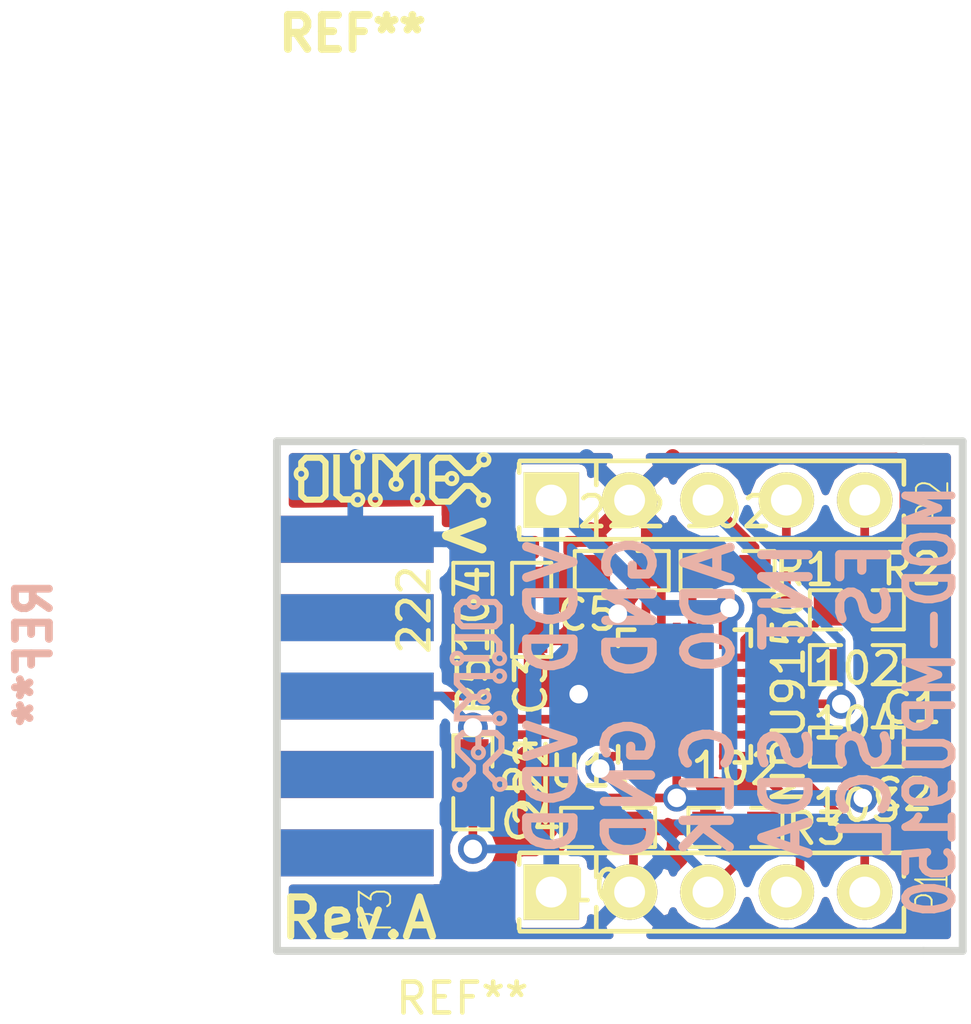
<source format=kicad_pcb>
(kicad_pcb (version 4) (host pcbnew 0.201504271001+5626~23~ubuntu14.10.1-product)

  (general
    (links 38)
    (no_connects 0)
    (area 122.781038 66.08788 163.435548 99.92312)
    (thickness 1.6)
    (drawings 19)
    (tracks 134)
    (zones 0)
    (modules 17)
    (nets 27)
  )

  (page A4)
  (layers
    (0 F.Cu signal)
    (31 B.Cu signal)
    (32 B.Adhes user)
    (33 F.Adhes user)
    (34 B.Paste user)
    (35 F.Paste user)
    (36 B.SilkS user)
    (37 F.SilkS user)
    (38 B.Mask user)
    (39 F.Mask user)
    (40 Dwgs.User user hide)
    (41 Cmts.User user hide)
    (42 Eco1.User user hide)
    (43 Eco2.User user hide)
    (44 Edge.Cuts user)
    (45 Margin user hide)
    (46 B.CrtYd user hide)
    (47 F.CrtYd user hide)
    (48 B.Fab user hide)
    (49 F.Fab user hide)
  )

  (setup
    (last_trace_width 0.2794)
    (trace_clearance 0.19812)
    (zone_clearance 0.254)
    (zone_45_only no)
    (trace_min 0.2032)
    (segment_width 0.2)
    (edge_width 0.1)
    (via_size 0.9652)
    (via_drill 0.599999)
    (via_min_size 0.889)
    (via_min_drill 0.508)
    (uvia_size 0.508)
    (uvia_drill 0.127)
    (uvias_allowed no)
    (uvia_min_size 0.508)
    (uvia_min_drill 0.127)
    (pcb_text_width 0.3)
    (pcb_text_size 1.5 1.5)
    (mod_edge_width 0.15)
    (mod_text_size 0.762 1.016)
    (mod_text_width 0.0635)
    (pad_size 1 1)
    (pad_drill 0)
    (pad_to_mask_clearance 0.0508)
    (solder_mask_min_width 0.0508)
    (pad_to_paste_clearance -0.0508)
    (aux_axis_origin 0 0)
    (visible_elements FFFCFF7F)
    (pcbplotparams
      (layerselection 0x00020_00000000)
      (usegerberextensions false)
      (excludeedgelayer false)
      (linewidth 0.100000)
      (plotframeref false)
      (viasonmask false)
      (mode 1)
      (useauxorigin false)
      (hpglpennumber 1)
      (hpglpenspeed 20)
      (hpglpendiameter 15)
      (hpglpenoverlay 2)
      (psnegative false)
      (psa4output false)
      (plotreference false)
      (plotvalue false)
      (plotinvisibletext false)
      (padsonsilk false)
      (subtractmaskfromsilk false)
      (outputformat 1)
      (mirror false)
      (drillshape 0)
      (scaleselection 1)
      (outputdirectory ""))
  )

  (net 0 "")
  (net 1 "Net-(C1-Pad1)")
  (net 2 GND)
  (net 3 VDD)
  (net 4 CLKIN)
  (net 5 "Net-(P3-Pad3)")
  (net 6 "Net-(P3-Pad4)")
  (net 7 /SCL)
  (net 8 /SDA)
  (net 9 "Net-(P3-Pad7)")
  (net 10 "Net-(P3-Pad8)")
  (net 11 "Net-(P3-Pad9)")
  (net 12 "Net-(P3-Pad10)")
  (net 13 "Net-(U1-Pad2)")
  (net 14 "Net-(U1-Pad4)")
  (net 15 "Net-(U1-Pad5)")
  (net 16 "Net-(U1-Pad14)")
  (net 17 "Net-(U1-Pad16)")
  (net 18 "Net-(U1-Pad19)")
  (net 19 "Net-(U1-Pad21)")
  (net 20 "Net-(U1-Pad22)")
  (net 21 "Net-(P1-Pad4)")
  (net 22 AD0)
  (net 23 "Net-(P2-Pad4)")
  (net 24 "Net-(P2-Pad5)")
  (net 25 "Net-(C5-Pad2)")
  (net 26 "Net-(P1-Pad5)")

  (net_class Default "This is the default net class."
    (clearance 0.19812)
    (trace_width 0.2794)
    (via_dia 0.9652)
    (via_drill 0.599999)
    (uvia_dia 0.508)
    (uvia_drill 0.127)
    (add_net /SCL)
    (add_net /SDA)
    (add_net AD0)
    (add_net CLKIN)
    (add_net "Net-(C1-Pad1)")
    (add_net "Net-(C5-Pad2)")
    (add_net "Net-(P1-Pad4)")
    (add_net "Net-(P1-Pad5)")
    (add_net "Net-(P2-Pad4)")
    (add_net "Net-(P2-Pad5)")
    (add_net "Net-(P3-Pad10)")
    (add_net "Net-(P3-Pad3)")
    (add_net "Net-(P3-Pad4)")
    (add_net "Net-(P3-Pad7)")
    (add_net "Net-(P3-Pad8)")
    (add_net "Net-(P3-Pad9)")
    (add_net "Net-(U1-Pad14)")
    (add_net "Net-(U1-Pad16)")
    (add_net "Net-(U1-Pad19)")
    (add_net "Net-(U1-Pad2)")
    (add_net "Net-(U1-Pad21)")
    (add_net "Net-(U1-Pad22)")
    (add_net "Net-(U1-Pad4)")
    (add_net "Net-(U1-Pad5)")
  )

  (net_class fatpower ""
    (clearance 0.19812)
    (trace_width 0.2794)
    (via_dia 0.9652)
    (via_drill 0.599999)
    (uvia_dia 0.508)
    (uvia_drill 0.127)
  )

  (net_class power ""
    (clearance 0.19812)
    (trace_width 0.508)
    (via_dia 0.9652)
    (via_drill 0.599999)
    (uvia_dia 0.508)
    (uvia_drill 0.127)
    (add_net GND)
    (add_net VDD)
  )

  (module kicad_wrk:QFN-24-1EP_4x4mm_Pitch0.5mm (layer F.Cu) (tedit 55378A76) (tstamp 54FEE286)
    (at 146.558 88.9 90)
    (descr "24-Lead Plastic Quad Flat, No Lead Package (MJ) - 4x4x0.9 mm Body [QFN]; (see Microchip Packaging Specification 00000049BS.pdf)")
    (tags "QFN 0.5")
    (path /54F81ACE)
    (attr smd)
    (fp_text reference U1 (at -2.4384 -3.3782 180) (layer F.SilkS)
      (effects (font (size 1 1) (thickness 0.15)))
    )
    (fp_text value MPU9150 (at 0 3.375 90) (layer F.SilkS)
      (effects (font (size 1 1) (thickness 0.15)))
    )
    (fp_text user . (at -2.794 -2.54 90) (layer F.SilkS)
      (effects (font (size 1.27 1.27) (thickness 0.2032)))
    )
    (fp_line (start -2.65 -2.65) (end -2.65 2.65) (layer F.CrtYd) (width 0.05))
    (fp_line (start 2.65 -2.65) (end 2.65 2.65) (layer F.CrtYd) (width 0.05))
    (fp_line (start -2.65 -2.65) (end 2.65 -2.65) (layer F.CrtYd) (width 0.05))
    (fp_line (start -2.65 2.65) (end 2.65 2.65) (layer F.CrtYd) (width 0.05))
    (fp_line (start 2.15 -2.15) (end 2.15 -1.625) (layer F.SilkS) (width 0.15))
    (fp_line (start -2.15 2.15) (end -2.15 1.625) (layer F.SilkS) (width 0.15))
    (fp_line (start 2.15 2.15) (end 2.15 1.625) (layer F.SilkS) (width 0.15))
    (fp_line (start -2.15 -2.15) (end -1.625 -2.15) (layer F.SilkS) (width 0.15))
    (fp_line (start -2.15 2.15) (end -1.625 2.15) (layer F.SilkS) (width 0.15))
    (fp_line (start 2.15 2.15) (end 1.625 2.15) (layer F.SilkS) (width 0.15))
    (fp_line (start 2.15 -2.15) (end 1.625 -2.15) (layer F.SilkS) (width 0.15))
    (pad 1 smd rect (at -1.95 -1.25 90) (size 0.85 0.254) (layers F.Cu F.Paste F.Mask)
      (net 4 CLKIN))
    (pad 2 smd rect (at -1.95 -0.75 90) (size 0.85 0.254) (layers F.Cu F.Paste F.Mask)
      (net 13 "Net-(U1-Pad2)"))
    (pad 3 smd rect (at -1.95 -0.25 90) (size 0.85 0.254) (layers F.Cu F.Paste F.Mask)
      (net 3 VDD))
    (pad 4 smd rect (at -1.95 0.25 90) (size 0.85 0.254) (layers F.Cu F.Paste F.Mask)
      (net 14 "Net-(U1-Pad4)"))
    (pad 5 smd rect (at -1.95 0.75 90) (size 0.85 0.254) (layers F.Cu F.Paste F.Mask)
      (net 15 "Net-(U1-Pad5)"))
    (pad 6 smd rect (at -1.95 1.25 90) (size 0.85 0.254) (layers F.Cu F.Paste F.Mask)
      (net 21 "Net-(P1-Pad4)"))
    (pad 7 smd rect (at -1.25 1.95 180) (size 0.85 0.254) (layers F.Cu F.Paste F.Mask)
      (net 26 "Net-(P1-Pad5)"))
    (pad 8 smd rect (at -0.75 1.95 180) (size 0.85 0.254) (layers F.Cu F.Paste F.Mask)
      (net 3 VDD))
    (pad 9 smd rect (at -0.25 1.95 180) (size 0.85 0.254) (layers F.Cu F.Paste F.Mask)
      (net 22 AD0))
    (pad 10 smd rect (at 0.25 1.95 180) (size 0.85 0.254) (layers F.Cu F.Paste F.Mask)
      (net 1 "Net-(C1-Pad1)"))
    (pad 11 smd rect (at 0.75 1.95 180) (size 0.85 0.254) (layers F.Cu F.Paste F.Mask)
      (net 24 "Net-(P2-Pad5)"))
    (pad 12 smd rect (at 1.25 1.95 180) (size 0.85 0.254) (layers F.Cu F.Paste F.Mask)
      (net 23 "Net-(P2-Pad4)"))
    (pad 13 smd rect (at 1.95 1.25 90) (size 0.85 0.254) (layers F.Cu F.Paste F.Mask)
      (net 3 VDD))
    (pad 14 smd rect (at 1.95 0.75 90) (size 0.85 0.254) (layers F.Cu F.Paste F.Mask)
      (net 16 "Net-(U1-Pad14)"))
    (pad 15 smd rect (at 1.95 0.25 90) (size 0.85 0.254) (layers F.Cu F.Paste F.Mask)
      (net 2 GND))
    (pad 16 smd rect (at 1.95 -0.25 90) (size 0.85 0.254) (layers F.Cu F.Paste F.Mask)
      (net 17 "Net-(U1-Pad16)"))
    (pad 17 smd rect (at 1.95 -0.75 90) (size 0.85 0.254) (layers F.Cu F.Paste F.Mask)
      (net 2 GND))
    (pad 18 smd rect (at 1.95 -1.25 90) (size 0.85 0.254) (layers F.Cu F.Paste F.Mask)
      (net 2 GND))
    (pad 19 smd rect (at 1.25 -1.95 180) (size 0.85 0.254) (layers F.Cu F.Paste F.Mask)
      (net 18 "Net-(U1-Pad19)"))
    (pad 20 smd rect (at 0.75 -1.95 180) (size 0.85 0.254) (layers F.Cu F.Paste F.Mask)
      (net 25 "Net-(C5-Pad2)"))
    (pad 21 smd rect (at 0.25 -1.95 180) (size 0.85 0.254) (layers F.Cu F.Paste F.Mask)
      (net 19 "Net-(U1-Pad21)"))
    (pad 22 smd rect (at -0.25 -1.95 180) (size 0.85 0.254) (layers F.Cu F.Paste F.Mask)
      (net 20 "Net-(U1-Pad22)"))
    (pad 23 smd rect (at -0.75 -1.95 180) (size 0.85 0.254) (layers F.Cu F.Paste F.Mask)
      (net 7 /SCL))
    (pad 24 smd rect (at -1.25 -1.95 180) (size 0.85 0.254) (layers F.Cu F.Paste F.Mask)
      (net 8 /SDA))
    (model Housings_DFN_QFN/QFN-24-1EP_4x4mm_Pitch0.5mm.wrl
      (at (xyz 0 0 0))
      (scale (xyz 1 1 1))
      (rotate (xyz 0 0 0))
    )
  )

  (module UEXTF (layer F.Cu) (tedit 54FEFDC9) (tstamp 54F971C0)
    (at 130.81 88.9)
    (path /54F82F55)
    (fp_text reference P3 (at 5.7404 6.9342 90) (layer F.SilkS)
      (effects (font (size 1.016 0.762) (thickness 0.0635)))
    )
    (fp_text value HE10-10 (at 0 -3.81) (layer F.Fab)
      (effects (font (size 1 1) (thickness 0.15)))
    )
    (fp_line (start 2.54 -6.35) (end 2.54 6.35) (layer F.Fab) (width 0.15))
    (fp_line (start -3.81 -1.27) (end -2.54 -1.27) (layer F.Fab) (width 0.15))
    (fp_line (start -2.54 -1.27) (end 1.27 -1.27) (layer F.Fab) (width 0.15))
    (fp_line (start 1.27 -1.27) (end 1.27 1.27) (layer F.Fab) (width 0.15))
    (fp_line (start 1.27 1.27) (end -3.81 1.27) (layer F.Fab) (width 0.15))
    (fp_line (start 2.54 -6.35) (end -3.81 -6.35) (layer F.Fab) (width 0.15))
    (fp_line (start -3.81 -6.35) (end -3.81 6.35) (layer F.Fab) (width 0.15))
    (fp_line (start -3.81 6.35) (end 2.54 6.35) (layer F.Fab) (width 0.15))
    (pad 1 smd rect (at 5.08 -5.08) (size 5.08 1.524) (layers F.Cu F.Mask)
      (net 3 VDD))
    (pad 2 smd rect (at 5.08 -5.08) (size 5.08 1.524) (layers B.Cu B.Mask)
      (net 2 GND))
    (pad 3 smd rect (at 5.08 -2.54) (size 5.08 1.524) (layers F.Cu F.Mask)
      (net 5 "Net-(P3-Pad3)"))
    (pad 4 smd rect (at 5.08 -2.54) (size 5.08 1.524) (layers B.Cu B.Mask)
      (net 6 "Net-(P3-Pad4)"))
    (pad 5 smd rect (at 5.08 0) (size 5.08 1.524) (layers F.Cu F.Mask)
      (net 7 /SCL))
    (pad 6 smd rect (at 5.08 0) (size 5.08 1.524) (layers B.Cu B.Mask)
      (net 8 /SDA))
    (pad 7 smd rect (at 5.08 2.54) (size 5.08 1.524) (layers F.Cu F.Mask)
      (net 9 "Net-(P3-Pad7)"))
    (pad 8 smd rect (at 5.08 2.54) (size 5.08 1.524) (layers B.Cu B.Mask)
      (net 10 "Net-(P3-Pad8)"))
    (pad 9 smd rect (at 5.08 5.08) (size 5.08 1.524) (layers F.Cu F.Mask)
      (net 11 "Net-(P3-Pad9)"))
    (pad 10 smd rect (at 5.08 5.08) (size 5.08 1.524) (layers B.Cu B.Mask)
      (net 12 "Net-(P3-Pad10)"))
  )

  (module sips:SIP5_Housing locked (layer F.Cu) (tedit 54FEFD76) (tstamp 54F971AA)
    (at 147.32 82.55)
    (descr SIP5)
    (tags SIP5)
    (path /54F97189)
    (fp_text reference P2 (at 7.2898 0.0508 90) (layer F.SilkS)
      (effects (font (size 1.016 0.762) (thickness 0.0635)))
    )
    (fp_text value CONN_01X05 (at -0.1 3.7) (layer F.SilkS) hide
      (effects (font (size 1 1) (thickness 0.15)))
    )
    (fp_line (start 6.35 0.508) (end 6.35 1.27) (layer F.SilkS) (width 0.15))
    (fp_line (start 6.35 1.27) (end -6.096 1.27) (layer F.SilkS) (width 0.15))
    (fp_line (start -6.096 -1.27) (end 6.35 -1.27) (layer F.SilkS) (width 0.15))
    (fp_line (start 6.35 -1.27) (end 6.35 -0.508) (layer F.SilkS) (width 0.15))
    (fp_line (start -3.62 1.192) (end -3.62 0.492) (layer F.SilkS) (width 0.15))
    (fp_line (start -3.62 -1.192) (end -3.62 -0.492) (layer F.SilkS) (width 0.15))
    (fp_line (start -6.12 1.192) (end -6.12 0.892) (layer F.SilkS) (width 0.15))
    (fp_line (start -6.12 -1.192) (end -6.12 -0.892) (layer F.SilkS) (width 0.15))
    (pad 1 thru_hole rect (at -5.08 0 90) (size 1.8 1.8) (drill 1) (layers *.Cu *.Mask F.SilkS)
      (net 3 VDD))
    (pad 2 thru_hole circle (at -2.54 0 90) (size 1.8 1.8) (drill 1) (layers *.Cu *.Mask F.SilkS)
      (net 2 GND))
    (pad 3 thru_hole circle (at 0 0 90) (size 1.8 1.8) (drill 1) (layers *.Cu *.Mask F.SilkS)
      (net 22 AD0))
    (pad 4 thru_hole circle (at 2.54 0 90) (size 1.8 1.8) (drill 1) (layers *.Cu *.Mask F.SilkS)
      (net 23 "Net-(P2-Pad4)"))
    (pad 5 thru_hole circle (at 5.08 0 90) (size 1.8 1.8) (drill 1) (layers *.Cu *.Mask F.SilkS)
      (net 24 "Net-(P2-Pad5)"))
    (model Housings_SIP/SIP9_Housing.wrl
      (at (xyz 0 0 0))
      (scale (xyz 0.3937 0.3937 0.3937))
      (rotate (xyz 0 0 0))
    )
  )

  (module SIP5_Housing locked (layer F.Cu) (tedit 54FEFD7F) (tstamp 54F97199)
    (at 147.32 95.25)
    (descr SIP5)
    (tags SIP5)
    (path /54F96681)
    (fp_text reference P1 (at 7.2644 -0.0254 90) (layer F.SilkS)
      (effects (font (size 1.016 0.762) (thickness 0.0635)))
    )
    (fp_text value CONN_01X05 (at -0.1 3.7) (layer F.SilkS) hide
      (effects (font (size 1 1) (thickness 0.15)))
    )
    (fp_line (start 6.35 0.508) (end 6.35 1.27) (layer F.SilkS) (width 0.15))
    (fp_line (start 6.35 1.27) (end -6.096 1.27) (layer F.SilkS) (width 0.15))
    (fp_line (start -6.096 -1.27) (end 6.35 -1.27) (layer F.SilkS) (width 0.15))
    (fp_line (start 6.35 -1.27) (end 6.35 -0.508) (layer F.SilkS) (width 0.15))
    (fp_line (start -3.62 1.192) (end -3.62 0.492) (layer F.SilkS) (width 0.15))
    (fp_line (start -3.62 -1.192) (end -3.62 -0.492) (layer F.SilkS) (width 0.15))
    (fp_line (start -6.12 1.192) (end -6.12 0.892) (layer F.SilkS) (width 0.15))
    (fp_line (start -6.12 -1.192) (end -6.12 -0.892) (layer F.SilkS) (width 0.15))
    (pad 1 thru_hole rect (at -5.08 0 90) (size 1.8 1.8) (drill 1) (layers *.Cu *.Mask F.SilkS)
      (net 3 VDD))
    (pad 2 thru_hole circle (at -2.54 0 90) (size 1.8 1.8) (drill 1) (layers *.Cu *.Mask F.SilkS)
      (net 2 GND))
    (pad 3 thru_hole circle (at 0 0 90) (size 1.8 1.8) (drill 1) (layers *.Cu *.Mask F.SilkS)
      (net 4 CLKIN))
    (pad 4 thru_hole circle (at 2.54 0 90) (size 1.8 1.8) (drill 1) (layers *.Cu *.Mask F.SilkS)
      (net 21 "Net-(P1-Pad4)"))
    (pad 5 thru_hole circle (at 5.08 0 90) (size 1.8 1.8) (drill 1) (layers *.Cu *.Mask F.SilkS)
      (net 26 "Net-(P1-Pad5)"))
    (model Housings_SIP/SIP9_Housing.wrl
      (at (xyz 0 0 0))
      (scale (xyz 0.3937 0.3937 0.3937))
      (rotate (xyz 0 0 0))
    )
  )

  (module kicad_wrk:C_0603 (layer F.Cu) (tedit 54FEFE07) (tstamp 54FEE13C)
    (at 152.146 87.884)
    (descr "Resistor SMD 0603, reflow soldering, Vishay (see dcrcw.pdf)")
    (tags "resistor 0603")
    (path /54F81BC0)
    (attr smd)
    (fp_text reference C1 (at 1.778 1.397) (layer F.SilkS)
      (effects (font (size 1 1) (thickness 0.15)))
    )
    (fp_text value 104 (at 0 1.9) (layer F.SilkS)
      (effects (font (size 1 1) (thickness 0.15)))
    )
    (fp_line (start 0.508 -0.635) (end 1.524 -0.635) (layer F.SilkS) (width 0.127))
    (fp_line (start 1.524 -0.635) (end 1.524 0.635) (layer F.SilkS) (width 0.127))
    (fp_line (start 1.524 0.635) (end 0.508 0.635) (layer F.SilkS) (width 0.127))
    (fp_line (start -1.524 -0.635) (end -1.524 0.635) (layer F.SilkS) (width 0.127))
    (fp_line (start -1.524 0.635) (end -0.508 0.635) (layer F.SilkS) (width 0.127))
    (fp_line (start -1.524 -0.635) (end -0.508 -0.635) (layer F.SilkS) (width 0.127))
    (pad 1 smd rect (at -0.889 0) (size 1.016 1.016) (layers F.Cu F.Paste F.Mask)
      (net 1 "Net-(C1-Pad1)"))
    (pad 2 smd rect (at 0.889 0) (size 1.016 1.016) (layers F.Cu F.Paste F.Mask)
      (net 2 GND))
    (model Resistors_SMD/R_0603.wrl
      (at (xyz 0 0 0))
      (scale (xyz 1 1 1))
      (rotate (xyz 0 0 0))
    )
  )

  (module kicad_wrk:C_0603 (layer F.Cu) (tedit 54FEFE04) (tstamp 54FEE148)
    (at 152.146 90.551)
    (descr "Resistor SMD 0603, reflow soldering, Vishay (see dcrcw.pdf)")
    (tags "resistor 0603")
    (path /54F81B57)
    (attr smd)
    (fp_text reference C2 (at 1.4732 1.5494) (layer F.SilkS)
      (effects (font (size 1 1) (thickness 0.15)))
    )
    (fp_text value 103 (at 0 1.9) (layer F.SilkS)
      (effects (font (size 1 1) (thickness 0.15)))
    )
    (fp_line (start 0.508 -0.635) (end 1.524 -0.635) (layer F.SilkS) (width 0.127))
    (fp_line (start 1.524 -0.635) (end 1.524 0.635) (layer F.SilkS) (width 0.127))
    (fp_line (start 1.524 0.635) (end 0.508 0.635) (layer F.SilkS) (width 0.127))
    (fp_line (start -1.524 -0.635) (end -1.524 0.635) (layer F.SilkS) (width 0.127))
    (fp_line (start -1.524 0.635) (end -0.508 0.635) (layer F.SilkS) (width 0.127))
    (fp_line (start -1.524 -0.635) (end -0.508 -0.635) (layer F.SilkS) (width 0.127))
    (pad 1 smd rect (at -0.889 0) (size 1.016 1.016) (layers F.Cu F.Paste F.Mask)
      (net 3 VDD))
    (pad 2 smd rect (at 0.889 0) (size 1.016 1.016) (layers F.Cu F.Paste F.Mask)
      (net 2 GND))
    (model Resistors_SMD/R_0603.wrl
      (at (xyz 0 0 0))
      (scale (xyz 1 1 1))
      (rotate (xyz 0 0 0))
    )
  )

  (module kicad_wrk:C_0603 (layer F.Cu) (tedit 54FEFD5E) (tstamp 54FEE154)
    (at 141.605 86.106 270)
    (descr "Resistor SMD 0603, reflow soldering, Vishay (see dcrcw.pdf)")
    (tags "resistor 0603")
    (path /54F851DC)
    (attr smd)
    (fp_text reference C3 (at 2.4384 0.0254 270) (layer F.SilkS)
      (effects (font (size 1 1) (thickness 0.15)))
    )
    (fp_text value 104 (at 0 1.9 270) (layer F.SilkS)
      (effects (font (size 1 1) (thickness 0.15)))
    )
    (fp_line (start 0.508 -0.635) (end 1.524 -0.635) (layer F.SilkS) (width 0.127))
    (fp_line (start 1.524 -0.635) (end 1.524 0.635) (layer F.SilkS) (width 0.127))
    (fp_line (start 1.524 0.635) (end 0.508 0.635) (layer F.SilkS) (width 0.127))
    (fp_line (start -1.524 -0.635) (end -1.524 0.635) (layer F.SilkS) (width 0.127))
    (fp_line (start -1.524 0.635) (end -0.508 0.635) (layer F.SilkS) (width 0.127))
    (fp_line (start -1.524 -0.635) (end -0.508 -0.635) (layer F.SilkS) (width 0.127))
    (pad 1 smd rect (at -0.889 0 270) (size 1.016 1.016) (layers F.Cu F.Paste F.Mask)
      (net 3 VDD))
    (pad 2 smd rect (at 0.889 0 270) (size 1.016 1.016) (layers F.Cu F.Paste F.Mask)
      (net 2 GND))
    (model Resistors_SMD/R_0603.wrl
      (at (xyz 0 0 0))
      (scale (xyz 1 1 1))
      (rotate (xyz 0 0 0))
    )
  )

  (module kicad_wrk:C_0603 (layer F.Cu) (tedit 54FEFDB1) (tstamp 54FEE160)
    (at 144.0815 93.1545)
    (descr "Resistor SMD 0603, reflow soldering, Vishay (see dcrcw.pdf)")
    (tags "resistor 0603")
    (path /54F81D5B)
    (attr smd)
    (fp_text reference C4 (at -2.5019 -0.1397) (layer F.SilkS)
      (effects (font (size 1 1) (thickness 0.15)))
    )
    (fp_text value 104 (at 0 1.9) (layer F.SilkS)
      (effects (font (size 1 1) (thickness 0.15)))
    )
    (fp_line (start 0.508 -0.635) (end 1.524 -0.635) (layer F.SilkS) (width 0.127))
    (fp_line (start 1.524 -0.635) (end 1.524 0.635) (layer F.SilkS) (width 0.127))
    (fp_line (start 1.524 0.635) (end 0.508 0.635) (layer F.SilkS) (width 0.127))
    (fp_line (start -1.524 -0.635) (end -1.524 0.635) (layer F.SilkS) (width 0.127))
    (fp_line (start -1.524 0.635) (end -0.508 0.635) (layer F.SilkS) (width 0.127))
    (fp_line (start -1.524 -0.635) (end -0.508 -0.635) (layer F.SilkS) (width 0.127))
    (pad 1 smd rect (at -0.889 0) (size 1.016 1.016) (layers F.Cu F.Paste F.Mask)
      (net 3 VDD))
    (pad 2 smd rect (at 0.889 0) (size 1.016 1.016) (layers F.Cu F.Paste F.Mask)
      (net 2 GND))
    (model Resistors_SMD/R_0603.wrl
      (at (xyz 0 0 0))
      (scale (xyz 1 1 1))
      (rotate (xyz 0 0 0))
    )
  )

  (module kicad_wrk:C_0603 (layer F.Cu) (tedit 54FEFD67) (tstamp 54FEE16C)
    (at 144.526 84.836 180)
    (descr "Resistor SMD 0603, reflow soldering, Vishay (see dcrcw.pdf)")
    (tags "resistor 0603")
    (path /54F82086)
    (attr smd)
    (fp_text reference C5 (at 1.1176 -1.4224 180) (layer F.SilkS)
      (effects (font (size 1 1) (thickness 0.15)))
    )
    (fp_text value 222 (at 0 1.9 180) (layer F.SilkS)
      (effects (font (size 1 1) (thickness 0.15)))
    )
    (fp_line (start 0.508 -0.635) (end 1.524 -0.635) (layer F.SilkS) (width 0.127))
    (fp_line (start 1.524 -0.635) (end 1.524 0.635) (layer F.SilkS) (width 0.127))
    (fp_line (start 1.524 0.635) (end 0.508 0.635) (layer F.SilkS) (width 0.127))
    (fp_line (start -1.524 -0.635) (end -1.524 0.635) (layer F.SilkS) (width 0.127))
    (fp_line (start -1.524 0.635) (end -0.508 0.635) (layer F.SilkS) (width 0.127))
    (fp_line (start -1.524 -0.635) (end -0.508 -0.635) (layer F.SilkS) (width 0.127))
    (pad 1 smd rect (at -0.889 0 180) (size 1.016 1.016) (layers F.Cu F.Paste F.Mask)
      (net 2 GND))
    (pad 2 smd rect (at 0.889 0 180) (size 1.016 1.016) (layers F.Cu F.Paste F.Mask)
      (net 25 "Net-(C5-Pad2)"))
    (model Resistors_SMD/R_0603.wrl
      (at (xyz 0 0 0))
      (scale (xyz 1 1 1))
      (rotate (xyz 0 0 0))
    )
  )

  (module kicad_wrk:R_0603 (layer F.Cu) (tedit 54FEFD28) (tstamp 54FEE178)
    (at 147.955 84.836 180)
    (descr "Resistor SMD 0603, reflow soldering, Vishay (see dcrcw.pdf)")
    (tags "resistor 0603")
    (path /54F847C7)
    (attr smd)
    (fp_text reference R1 (at -2.4892 0.0254 180) (layer F.SilkS)
      (effects (font (size 1 1) (thickness 0.15)))
    )
    (fp_text value 102 (at 0 1.9 180) (layer F.SilkS)
      (effects (font (size 1 1) (thickness 0.15)))
    )
    (fp_line (start 0.508 -0.635) (end 1.524 -0.635) (layer F.SilkS) (width 0.127))
    (fp_line (start 1.524 -0.635) (end 1.524 0.635) (layer F.SilkS) (width 0.127))
    (fp_line (start 1.524 0.635) (end 0.508 0.635) (layer F.SilkS) (width 0.127))
    (fp_line (start -1.524 -0.635) (end -1.524 0.635) (layer F.SilkS) (width 0.127))
    (fp_line (start -1.524 0.635) (end -0.508 0.635) (layer F.SilkS) (width 0.127))
    (fp_line (start -1.524 -0.635) (end -0.508 -0.635) (layer F.SilkS) (width 0.127))
    (pad 1 smd rect (at -0.889 0 180) (size 1.016 1.016) (layers F.Cu F.Paste F.Mask)
      (net 22 AD0))
    (pad 2 smd rect (at 0.889 0 180) (size 1.016 1.016) (layers F.Cu F.Paste F.Mask)
      (net 2 GND))
    (model Resistors_SMD/R_0603.wrl
      (at (xyz 0 0 0))
      (scale (xyz 1 1 1))
      (rotate (xyz 0 0 0))
    )
  )

  (module kicad_wrk:R_0603 (layer F.Cu) (tedit 54FEFE0A) (tstamp 54FEE184)
    (at 152.146 86.106)
    (descr "Resistor SMD 0603, reflow soldering, Vishay (see dcrcw.pdf)")
    (tags "resistor 0603")
    (path /54F84816)
    (attr smd)
    (fp_text reference R2 (at 1.778 -1.3208) (layer F.SilkS)
      (effects (font (size 1 1) (thickness 0.15)))
    )
    (fp_text value 102 (at 0 1.9) (layer F.SilkS)
      (effects (font (size 1 1) (thickness 0.15)))
    )
    (fp_line (start 0.508 -0.635) (end 1.524 -0.635) (layer F.SilkS) (width 0.127))
    (fp_line (start 1.524 -0.635) (end 1.524 0.635) (layer F.SilkS) (width 0.127))
    (fp_line (start 1.524 0.635) (end 0.508 0.635) (layer F.SilkS) (width 0.127))
    (fp_line (start -1.524 -0.635) (end -1.524 0.635) (layer F.SilkS) (width 0.127))
    (fp_line (start -1.524 0.635) (end -0.508 0.635) (layer F.SilkS) (width 0.127))
    (fp_line (start -1.524 -0.635) (end -0.508 -0.635) (layer F.SilkS) (width 0.127))
    (pad 1 smd rect (at -0.889 0) (size 1.016 1.016) (layers F.Cu F.Paste F.Mask)
      (net 24 "Net-(P2-Pad5)"))
    (pad 2 smd rect (at 0.889 0) (size 1.016 1.016) (layers F.Cu F.Paste F.Mask)
      (net 2 GND))
    (model Resistors_SMD/R_0603.wrl
      (at (xyz 0 0 0))
      (scale (xyz 1 1 1))
      (rotate (xyz 0 0 0))
    )
  )

  (module kicad_wrk:R_0603 (layer F.Cu) (tedit 54FEFD4E) (tstamp 54FEE190)
    (at 148.209 93.1545 180)
    (descr "Resistor SMD 0603, reflow soldering, Vishay (see dcrcw.pdf)")
    (tags "resistor 0603")
    (path /54F84B6C)
    (attr smd)
    (fp_text reference R3 (at -2.6162 -0.0381 180) (layer F.SilkS)
      (effects (font (size 1 1) (thickness 0.15)))
    )
    (fp_text value 102 (at 0 1.9 180) (layer F.SilkS)
      (effects (font (size 1 1) (thickness 0.15)))
    )
    (fp_line (start 0.508 -0.635) (end 1.524 -0.635) (layer F.SilkS) (width 0.127))
    (fp_line (start 1.524 -0.635) (end 1.524 0.635) (layer F.SilkS) (width 0.127))
    (fp_line (start 1.524 0.635) (end 0.508 0.635) (layer F.SilkS) (width 0.127))
    (fp_line (start -1.524 -0.635) (end -1.524 0.635) (layer F.SilkS) (width 0.127))
    (fp_line (start -1.524 0.635) (end -0.508 0.635) (layer F.SilkS) (width 0.127))
    (fp_line (start -1.524 -0.635) (end -0.508 -0.635) (layer F.SilkS) (width 0.127))
    (pad 1 smd rect (at -0.889 0 180) (size 1.016 1.016) (layers F.Cu F.Paste F.Mask)
      (net 4 CLKIN))
    (pad 2 smd rect (at 0.889 0 180) (size 1.016 1.016) (layers F.Cu F.Paste F.Mask)
      (net 2 GND))
    (model Resistors_SMD/R_0603.wrl
      (at (xyz 0 0 0))
      (scale (xyz 1 1 1))
      (rotate (xyz 0 0 0))
    )
  )

  (module kicad_wrk:R_0603 (layer F.Cu) (tedit 553744D4) (tstamp 54FEE19C)
    (at 139.7 91.694 90)
    (descr "Resistor SMD 0603, reflow soldering, Vishay (see dcrcw.pdf)")
    (tags "resistor 0603")
    (path /54F86043)
    (attr smd)
    (fp_text reference R4 (at 0.5588 1.5748 90) (layer F.SilkS)
      (effects (font (size 1 1) (thickness 0.15)))
    )
    (fp_text value 222 (at 0 1.9 90) (layer F.SilkS)
      (effects (font (size 1 1) (thickness 0.15)))
    )
    (fp_line (start 0.508 -0.635) (end 1.524 -0.635) (layer F.SilkS) (width 0.127))
    (fp_line (start 1.524 -0.635) (end 1.524 0.635) (layer F.SilkS) (width 0.127))
    (fp_line (start 1.524 0.635) (end 0.508 0.635) (layer F.SilkS) (width 0.127))
    (fp_line (start -1.524 -0.635) (end -1.524 0.635) (layer F.SilkS) (width 0.127))
    (fp_line (start -1.524 0.635) (end -0.508 0.635) (layer F.SilkS) (width 0.127))
    (fp_line (start -1.524 -0.635) (end -0.508 -0.635) (layer F.SilkS) (width 0.127))
    (pad 1 smd rect (at -0.889 0 90) (size 1.016 1.016) (layers F.Cu F.Paste F.Mask)
      (net 3 VDD))
    (pad 2 smd rect (at 0.889 0 90) (size 1.016 1.016) (layers F.Cu F.Paste F.Mask)
      (net 8 /SDA))
    (model Resistors_SMD/R_0603.wrl
      (at (xyz 0 0 0))
      (scale (xyz 1 1 1))
      (rotate (xyz 0 0 0))
    )
  )

  (module kicad_wrk:R_0603 (layer F.Cu) (tedit 54FEFD5A) (tstamp 54FEE1A8)
    (at 139.7 86.106 270)
    (descr "Resistor SMD 0603, reflow soldering, Vishay (see dcrcw.pdf)")
    (tags "resistor 0603")
    (path /54F856DF)
    (attr smd)
    (fp_text reference R5 (at 2.4384 -0.0254 270) (layer F.SilkS)
      (effects (font (size 1 1) (thickness 0.15)))
    )
    (fp_text value 222 (at 0 1.9 270) (layer F.SilkS)
      (effects (font (size 1 1) (thickness 0.15)))
    )
    (fp_line (start 0.508 -0.635) (end 1.524 -0.635) (layer F.SilkS) (width 0.127))
    (fp_line (start 1.524 -0.635) (end 1.524 0.635) (layer F.SilkS) (width 0.127))
    (fp_line (start 1.524 0.635) (end 0.508 0.635) (layer F.SilkS) (width 0.127))
    (fp_line (start -1.524 -0.635) (end -1.524 0.635) (layer F.SilkS) (width 0.127))
    (fp_line (start -1.524 0.635) (end -0.508 0.635) (layer F.SilkS) (width 0.127))
    (fp_line (start -1.524 -0.635) (end -0.508 -0.635) (layer F.SilkS) (width 0.127))
    (pad 1 smd rect (at -0.889 0 270) (size 1.016 1.016) (layers F.Cu F.Paste F.Mask)
      (net 3 VDD))
    (pad 2 smd rect (at 0.889 0 270) (size 1.016 1.016) (layers F.Cu F.Paste F.Mask)
      (net 7 /SCL))
    (model Resistors_SMD/R_0603.wrl
      (at (xyz 0 0 0))
      (scale (xyz 1 1 1))
      (rotate (xyz 0 0 0))
    )
  )

  (module kicad_wrk:Fiducial1x3 (layer F.Cu) (tedit 55407C7A) (tstamp 553744E4)
    (at 139.3571 95.6945)
    (fp_text reference REF** (at 0 3) (layer F.SilkS)
      (effects (font (size 1 1) (thickness 0.15)))
    )
    (fp_text value Fiducial1x3 (at 0 -3) (layer F.Fab)
      (effects (font (size 1 1) (thickness 0.15)))
    )
    (fp_circle (center 0 0) (end 1.5 0) (layer Dwgs.User) (width 0.254))
    (pad Fid1 smd circle (at 0 0) (size 1 1) (layers F.Cu F.Mask))
  )

  (module OLIMEX_LOGOs-FP:OLIMEX_LOGO_SMALL_TB (layer F.Cu) (tedit 5539E04C) (tstamp 5540C6C7)
    (at 137.0838 81.8515)
    (fp_text reference REF** (at -1.2827 -14.4145) (layer F.SilkS)
      (effects (font (size 1.1 1.1) (thickness 0.254)))
    )
    (fp_text value OLIMEX_LOGO_SMALL_TB (at -0.0254 13.4112) (layer F.Fab)
      (effects (font (size 1.1 1.1) (thickness 0.254)))
    )
    (fp_line (start 0.9017 -0.7747) (end 0.9017 -0.75946) (layer F.SilkS) (width 0.0127))
    (fp_line (start 0.88646 -0.77216) (end 0.90678 -0.77216) (layer F.SilkS) (width 0.0127))
    (fp_line (start 0.90932 -0.77724) (end 0.90932 -0.74676) (layer F.SilkS) (width 0.0127))
    (fp_line (start 0.87376 -0.78232) (end 0.91186 -0.78232) (layer F.SilkS) (width 0.0127))
    (fp_line (start 0.83312 -0.79248) (end 0.91948 -0.79248) (layer F.SilkS) (width 0.0127))
    (fp_line (start 0.91948 -0.79248) (end 0.91948 -0.69596) (layer F.SilkS) (width 0.0127))
    (fp_line (start -0.62738 -0.76708) (end -0.61214 -0.76708) (layer F.SilkS) (width 0.0127))
    (fp_line (start -0.62992 -0.7874) (end -0.62992 -0.74676) (layer F.SilkS) (width 0.0127))
    (fp_line (start -0.58674 -0.77978) (end -0.63246 -0.77978) (layer F.SilkS) (width 0.0127))
    (fp_line (start -0.64008 -0.69596) (end -0.64008 -0.79248) (layer F.SilkS) (width 0.0127))
    (fp_line (start -0.64008 -0.79248) (end -0.31242 -0.79248) (layer F.SilkS) (width 0.0127))
    (fp_line (start -1.21158 0.30226) (end -1.02616 0.30226) (layer F.SilkS) (width 0.0127))
    (fp_line (start -1.21158 0.31496) (end -1.0287 0.31496) (layer F.SilkS) (width 0.0127))
    (fp_line (start -1.21158 0.32766) (end -1.0287 0.32766) (layer F.SilkS) (width 0.0127))
    (fp_line (start -1.20904 0.34036) (end -1.02616 0.34036) (layer F.SilkS) (width 0.0127))
    (fp_line (start -1.21412 0.35306) (end -1.21412 -0.4699) (layer F.SilkS) (width 0.0127))
    (fp_line (start -1.02362 0.25654) (end -1.02362 0.35306) (layer F.SilkS) (width 0.0127))
    (fp_line (start -1.02362 0.35306) (end -1.21412 0.35306) (layer F.SilkS) (width 0.0127))
    (fp_line (start -1.71196 -0.77216) (end -1.71196 -0.69342) (layer F.SilkS) (width 0.0127))
    (fp_line (start -1.89738 -0.77216) (end -1.89738 -0.6985) (layer F.SilkS) (width 0.0127))
    (fp_line (start -1.78054 -0.74168) (end -1.73228 -0.74168) (layer F.SilkS) (width 0.0625))
    (fp_line (start -1.87706 -0.74422) (end -1.8288 -0.74422) (layer F.SilkS) (width 0.0625))
    (fp_line (start -1.8034 -0.7747) (end -1.7018 -0.7747) (layer F.SilkS) (width 0.01))
    (fp_line (start -1.7018 -0.7747) (end -1.7018 0.4826) (layer F.SilkS) (width 0.01))
    (fp_line (start -1.651 0.7747) (end -1.6637 0.762) (layer F.SilkS) (width 0.01))
    (fp_line (start -1.6637 0.7747) (end -1.3462 0.7747) (layer F.SilkS) (width 0.01))
    (fp_line (start -1.8923 0.5588) (end -1.905 0.5334) (layer F.SilkS) (width 0.01))
    (fp_line (start -1.905 0.5207) (end -1.905 0.5334) (layer F.SilkS) (width 0.01))
    (fp_line (start -1.905 0.5334) (end -1.905 0.5461) (layer F.SilkS) (width 0.01))
    (fp_line (start -1.905 0.5461) (end -1.6637 0.7747) (layer F.SilkS) (width 0.01))
    (fp_line (start -1.8034 -0.7747) (end -1.905 -0.7747) (layer F.SilkS) (width 0.01))
    (fp_line (start -1.905 -0.7747) (end -1.905 0.5207) (layer F.SilkS) (width 0.01))
    (fp_line (start -2.2987 0.6858) (end -2.794 0.6858) (layer F.SilkS) (width 0.2))
    (fp_line (start -2.794 0.6858) (end -2.9464 0.5461) (layer F.SilkS) (width 0.2))
    (fp_line (start -2.9464 -0.3556) (end -2.9464 -0.5207) (layer F.SilkS) (width 0.2))
    (fp_line (start -2.9464 -0.5207) (end -2.794 -0.6731) (layer F.SilkS) (width 0.2))
    (fp_line (start -2.794 -0.6731) (end -2.3114 -0.6731) (layer F.SilkS) (width 0.2))
    (fp_circle (center 1.9304 0) (end 2.032 -0.1397) (layer F.SilkS) (width 0.15))
    (fp_line (start 1.7272 0) (end 1.2954 0) (layer F.SilkS) (width 0.2))
    (fp_circle (center 2.9718 -0.6096) (end 3.0734 -0.7493) (layer F.SilkS) (width 0.15))
    (fp_line (start 2.5654 -0.1778) (end 2.8194 -0.4318) (layer F.SilkS) (width 0.2))
    (fp_line (start 2.3622 -0.1778) (end 2.5654 -0.1778) (layer F.SilkS) (width 0.2))
    (fp_line (start 1.8669 -0.6731) (end 2.3622 -0.1778) (layer F.SilkS) (width 0.2))
    (fp_line (start 1.4732 -0.6731) (end 1.8669 -0.6731) (layer F.SilkS) (width 0.2))
    (fp_line (start 1.2954 0.0127) (end 1.2954 -0.4953) (layer F.SilkS) (width 0.2))
    (fp_line (start 1.2954 -0.4953) (end 1.4732 -0.6731) (layer F.SilkS) (width 0.2))
    (fp_line (start 1.2954 0.5715) (end 1.2954 0) (layer F.SilkS) (width 0.2))
    (fp_line (start 1.4605 0.7493) (end 1.2954 0.5715) (layer F.SilkS) (width 0.2))
    (fp_line (start 1.8542 0.7493) (end 1.4605 0.7493) (layer F.SilkS) (width 0.2))
    (fp_line (start 2.3622 0.2413) (end 1.8542 0.7493) (layer F.SilkS) (width 0.2))
    (fp_line (start 2.5527 0.2413) (end 2.3622 0.2413) (layer F.SilkS) (width 0.2))
    (fp_line (start 2.8448 0.5334) (end 2.5527 0.2413) (layer F.SilkS) (width 0.2))
    (fp_circle (center 2.9591 0.6985) (end 3.0607 0.5588) (layer F.SilkS) (width 0.15))
    (fp_circle (center 0.8255 0.6858) (end 0.9271 0.5461) (layer F.SilkS) (width 0.15))
    (fp_line (start 0.8255 -0.6985) (end 0.8255 0.4318) (layer F.SilkS) (width 0.2))
    (fp_line (start 0.6096 -0.6985) (end 0.8255 -0.6985) (layer F.SilkS) (width 0.2))
    (fp_circle (center 0.127 0.1778) (end 0.2286 0.0381) (layer F.SilkS) (width 0.15))
    (fp_line (start 0.127 -0.2286) (end 0.6096 -0.6985) (layer F.SilkS) (width 0.2))
    (fp_line (start 0.127 -0.254) (end 0.127 -0.0508) (layer F.SilkS) (width 0.2))
    (fp_line (start -0.3175 -0.6985) (end 0.127 -0.254) (layer F.SilkS) (width 0.2))
    (fp_line (start -0.5461 -0.6985) (end -0.3175 -0.6985) (layer F.SilkS) (width 0.2))
    (fp_line (start -0.5461 0.4699) (end -0.5461 -0.6985) (layer F.SilkS) (width 0.2))
    (fp_circle (center -0.5461 0.6858) (end -0.4445 0.5461) (layer F.SilkS) (width 0.15))
    (fp_circle (center -1.1176 -0.6858) (end -1.016 -0.8255) (layer F.SilkS) (width 0.15))
    (fp_line (start -1.1176 -0.4572) (end -1.1176 0.254) (layer F.SilkS) (width 0.2))
    (fp_circle (center -1.1176 0.6858) (end -1.016 0.5461) (layer F.SilkS) (width 0.15))
    (fp_line (start -1.6256 0.6731) (end -1.3462 0.6731) (layer F.SilkS) (width 0.2))
    (fp_line (start -1.8034 0.508) (end -1.6256 0.6731) (layer F.SilkS) (width 0.2))
    (fp_line (start -1.8034 -0.6731) (end -1.8034 0.508) (layer F.SilkS) (width 0.2))
    (fp_line (start -2.9464 0.0762) (end -2.9464 0.5207) (layer F.SilkS) (width 0.2))
    (fp_line (start -2.2987 0.6858) (end -2.159 0.5461) (layer F.SilkS) (width 0.2))
    (fp_line (start -2.159 -0.4826) (end -2.159 0.5207) (layer F.SilkS) (width 0.2))
    (fp_line (start -2.3114 -0.6713) (end -2.159 -0.5207) (layer F.SilkS) (width 0.2))
    (fp_circle (center -2.9464 -0.1524) (end -2.8448 -0.2921) (layer F.SilkS) (width 0.15))
  )

  (module OLIMEX_LOGOs-FP:OLIMEX_LOGO_SMALL_TB (layer B.Cu) (tedit 5539E04C) (tstamp 5540C763)
    (at 139.8778 88.7984 270)
    (fp_text reference REF** (at -1.2827 14.4145 270) (layer B.SilkS)
      (effects (font (size 1.1 1.1) (thickness 0.254)) (justify mirror))
    )
    (fp_text value OLIMEX_LOGO_SMALL_TB (at -0.0254 -13.4112 270) (layer B.Fab)
      (effects (font (size 1.1 1.1) (thickness 0.254)) (justify mirror))
    )
    (fp_line (start 0.9017 0.7747) (end 0.9017 0.75946) (layer B.SilkS) (width 0.0127))
    (fp_line (start 0.88646 0.77216) (end 0.90678 0.77216) (layer B.SilkS) (width 0.0127))
    (fp_line (start 0.90932 0.77724) (end 0.90932 0.74676) (layer B.SilkS) (width 0.0127))
    (fp_line (start 0.87376 0.78232) (end 0.91186 0.78232) (layer B.SilkS) (width 0.0127))
    (fp_line (start 0.83312 0.79248) (end 0.91948 0.79248) (layer B.SilkS) (width 0.0127))
    (fp_line (start 0.91948 0.79248) (end 0.91948 0.69596) (layer B.SilkS) (width 0.0127))
    (fp_line (start -0.62738 0.76708) (end -0.61214 0.76708) (layer B.SilkS) (width 0.0127))
    (fp_line (start -0.62992 0.7874) (end -0.62992 0.74676) (layer B.SilkS) (width 0.0127))
    (fp_line (start -0.58674 0.77978) (end -0.63246 0.77978) (layer B.SilkS) (width 0.0127))
    (fp_line (start -0.64008 0.69596) (end -0.64008 0.79248) (layer B.SilkS) (width 0.0127))
    (fp_line (start -0.64008 0.79248) (end -0.31242 0.79248) (layer B.SilkS) (width 0.0127))
    (fp_line (start -1.21158 -0.30226) (end -1.02616 -0.30226) (layer B.SilkS) (width 0.0127))
    (fp_line (start -1.21158 -0.31496) (end -1.0287 -0.31496) (layer B.SilkS) (width 0.0127))
    (fp_line (start -1.21158 -0.32766) (end -1.0287 -0.32766) (layer B.SilkS) (width 0.0127))
    (fp_line (start -1.20904 -0.34036) (end -1.02616 -0.34036) (layer B.SilkS) (width 0.0127))
    (fp_line (start -1.21412 -0.35306) (end -1.21412 0.4699) (layer B.SilkS) (width 0.0127))
    (fp_line (start -1.02362 -0.25654) (end -1.02362 -0.35306) (layer B.SilkS) (width 0.0127))
    (fp_line (start -1.02362 -0.35306) (end -1.21412 -0.35306) (layer B.SilkS) (width 0.0127))
    (fp_line (start -1.71196 0.77216) (end -1.71196 0.69342) (layer B.SilkS) (width 0.0127))
    (fp_line (start -1.89738 0.77216) (end -1.89738 0.6985) (layer B.SilkS) (width 0.0127))
    (fp_line (start -1.78054 0.74168) (end -1.73228 0.74168) (layer B.SilkS) (width 0.0625))
    (fp_line (start -1.87706 0.74422) (end -1.8288 0.74422) (layer B.SilkS) (width 0.0625))
    (fp_line (start -1.8034 0.7747) (end -1.7018 0.7747) (layer B.SilkS) (width 0.01))
    (fp_line (start -1.7018 0.7747) (end -1.7018 -0.4826) (layer B.SilkS) (width 0.01))
    (fp_line (start -1.651 -0.7747) (end -1.6637 -0.762) (layer B.SilkS) (width 0.01))
    (fp_line (start -1.6637 -0.7747) (end -1.3462 -0.7747) (layer B.SilkS) (width 0.01))
    (fp_line (start -1.8923 -0.5588) (end -1.905 -0.5334) (layer B.SilkS) (width 0.01))
    (fp_line (start -1.905 -0.5207) (end -1.905 -0.5334) (layer B.SilkS) (width 0.01))
    (fp_line (start -1.905 -0.5334) (end -1.905 -0.5461) (layer B.SilkS) (width 0.01))
    (fp_line (start -1.905 -0.5461) (end -1.6637 -0.7747) (layer B.SilkS) (width 0.01))
    (fp_line (start -1.8034 0.7747) (end -1.905 0.7747) (layer B.SilkS) (width 0.01))
    (fp_line (start -1.905 0.7747) (end -1.905 -0.5207) (layer B.SilkS) (width 0.01))
    (fp_line (start -2.2987 -0.6858) (end -2.794 -0.6858) (layer B.SilkS) (width 0.2))
    (fp_line (start -2.794 -0.6858) (end -2.9464 -0.5461) (layer B.SilkS) (width 0.2))
    (fp_line (start -2.9464 0.3556) (end -2.9464 0.5207) (layer B.SilkS) (width 0.2))
    (fp_line (start -2.9464 0.5207) (end -2.794 0.6731) (layer B.SilkS) (width 0.2))
    (fp_line (start -2.794 0.6731) (end -2.3114 0.6731) (layer B.SilkS) (width 0.2))
    (fp_circle (center 1.9304 0) (end 2.032 0.1397) (layer B.SilkS) (width 0.15))
    (fp_line (start 1.7272 0) (end 1.2954 0) (layer B.SilkS) (width 0.2))
    (fp_circle (center 2.9718 0.6096) (end 3.0734 0.7493) (layer B.SilkS) (width 0.15))
    (fp_line (start 2.5654 0.1778) (end 2.8194 0.4318) (layer B.SilkS) (width 0.2))
    (fp_line (start 2.3622 0.1778) (end 2.5654 0.1778) (layer B.SilkS) (width 0.2))
    (fp_line (start 1.8669 0.6731) (end 2.3622 0.1778) (layer B.SilkS) (width 0.2))
    (fp_line (start 1.4732 0.6731) (end 1.8669 0.6731) (layer B.SilkS) (width 0.2))
    (fp_line (start 1.2954 -0.0127) (end 1.2954 0.4953) (layer B.SilkS) (width 0.2))
    (fp_line (start 1.2954 0.4953) (end 1.4732 0.6731) (layer B.SilkS) (width 0.2))
    (fp_line (start 1.2954 -0.5715) (end 1.2954 0) (layer B.SilkS) (width 0.2))
    (fp_line (start 1.4605 -0.7493) (end 1.2954 -0.5715) (layer B.SilkS) (width 0.2))
    (fp_line (start 1.8542 -0.7493) (end 1.4605 -0.7493) (layer B.SilkS) (width 0.2))
    (fp_line (start 2.3622 -0.2413) (end 1.8542 -0.7493) (layer B.SilkS) (width 0.2))
    (fp_line (start 2.5527 -0.2413) (end 2.3622 -0.2413) (layer B.SilkS) (width 0.2))
    (fp_line (start 2.8448 -0.5334) (end 2.5527 -0.2413) (layer B.SilkS) (width 0.2))
    (fp_circle (center 2.9591 -0.6985) (end 3.0607 -0.5588) (layer B.SilkS) (width 0.15))
    (fp_circle (center 0.8255 -0.6858) (end 0.9271 -0.5461) (layer B.SilkS) (width 0.15))
    (fp_line (start 0.8255 0.6985) (end 0.8255 -0.4318) (layer B.SilkS) (width 0.2))
    (fp_line (start 0.6096 0.6985) (end 0.8255 0.6985) (layer B.SilkS) (width 0.2))
    (fp_circle (center 0.127 -0.1778) (end 0.2286 -0.0381) (layer B.SilkS) (width 0.15))
    (fp_line (start 0.127 0.2286) (end 0.6096 0.6985) (layer B.SilkS) (width 0.2))
    (fp_line (start 0.127 0.254) (end 0.127 0.0508) (layer B.SilkS) (width 0.2))
    (fp_line (start -0.3175 0.6985) (end 0.127 0.254) (layer B.SilkS) (width 0.2))
    (fp_line (start -0.5461 0.6985) (end -0.3175 0.6985) (layer B.SilkS) (width 0.2))
    (fp_line (start -0.5461 -0.4699) (end -0.5461 0.6985) (layer B.SilkS) (width 0.2))
    (fp_circle (center -0.5461 -0.6858) (end -0.4445 -0.5461) (layer B.SilkS) (width 0.15))
    (fp_circle (center -1.1176 0.6858) (end -1.016 0.8255) (layer B.SilkS) (width 0.15))
    (fp_line (start -1.1176 0.4572) (end -1.1176 -0.254) (layer B.SilkS) (width 0.2))
    (fp_circle (center -1.1176 -0.6858) (end -1.016 -0.5461) (layer B.SilkS) (width 0.15))
    (fp_line (start -1.6256 -0.6731) (end -1.3462 -0.6731) (layer B.SilkS) (width 0.2))
    (fp_line (start -1.8034 -0.508) (end -1.6256 -0.6731) (layer B.SilkS) (width 0.2))
    (fp_line (start -1.8034 0.6731) (end -1.8034 -0.508) (layer B.SilkS) (width 0.2))
    (fp_line (start -2.9464 -0.0762) (end -2.9464 -0.5207) (layer B.SilkS) (width 0.2))
    (fp_line (start -2.2987 -0.6858) (end -2.159 -0.5461) (layer B.SilkS) (width 0.2))
    (fp_line (start -2.159 0.4826) (end -2.159 -0.5207) (layer B.SilkS) (width 0.2))
    (fp_line (start -2.3114 0.6713) (end -2.159 0.5207) (layer B.SilkS) (width 0.2))
    (fp_circle (center -2.9464 0.1524) (end -2.8448 0.2921) (layer B.SilkS) (width 0.15))
  )

  (gr_text Rev.A (at 136.0043 96.1009) (layer F.SilkS)
    (effects (font (size 1.27 1.27) (thickness 0.2286)))
  )
  (gr_text SCL (at 152.4254 91.9734 90) (layer B.SilkS)
    (effects (font (size 1.5 1.5) (thickness 0.3)) (justify mirror))
  )
  (gr_text SDA (at 149.8854 92.0242 90) (layer B.SilkS)
    (effects (font (size 1.5 1.5) (thickness 0.3)) (justify mirror))
  )
  (gr_text FS (at 152.4127 85.3186 90) (layer B.SilkS)
    (effects (font (size 1.5 1.5) (thickness 0.3)) (justify mirror))
  )
  (gr_text INT (at 149.8854 85.6742 90) (layer B.SilkS)
    (effects (font (size 1.5 1.5) (thickness 0.3)) (justify mirror))
  )
  (gr_text CLK (at 147.3327 91.9607 90) (layer B.SilkS)
    (effects (font (size 1.5 1.5) (thickness 0.3)) (justify mirror))
  )
  (gr_text AD0 (at 147.3581 86.0425 90) (layer B.SilkS)
    (effects (font (size 1.5 1.5) (thickness 0.3)) (justify mirror))
  )
  (gr_text GND (at 144.8308 86.0171 90) (layer B.SilkS)
    (effects (font (size 1.5 1.5) (thickness 0.3)) (justify mirror))
  )
  (gr_text GND (at 144.78 91.8845 90) (layer B.SilkS)
    (effects (font (size 1.5 1.5) (thickness 0.3)) (justify mirror))
  )
  (gr_text VDD (at 142.2654 86.0552 90) (layer B.SilkS)
    (effects (font (size 1.5 1.5) (thickness 0.3)) (justify mirror))
  )
  (gr_text VDD (at 142.2654 91.8464 90) (layer B.SilkS)
    (effects (font (size 1.5 1.5) (thickness 0.3)) (justify mirror))
  )
  (gr_text < (at 139.4206 83.5914) (layer F.SilkS)
    (effects (font (size 1.5 1.5) (thickness 0.3)))
  )
  (gr_text MOD-MPU9150 (at 154.5336 89.0778 90) (layer B.SilkS)
    (effects (font (size 1.5 1.2192) (thickness 0.254)) (justify mirror))
  )
  (gr_line (start 154.305 97.155) (end 155.575 97.155) (angle 90) (layer Edge.Cuts) (width 0.254))
  (gr_line (start 154.305 80.645) (end 155.575 80.645) (angle 90) (layer Edge.Cuts) (width 0.254))
  (gr_line (start 133.35 97.155) (end 133.35 80.645) (angle 90) (layer Edge.Cuts) (width 0.254))
  (gr_line (start 154.305 97.155) (end 133.35 97.155) (angle 90) (layer Edge.Cuts) (width 0.254))
  (gr_line (start 155.575 80.645) (end 155.575 97.155) (angle 90) (layer Edge.Cuts) (width 0.254))
  (gr_line (start 133.35 80.645) (end 154.305 80.645) (angle 90) (layer Edge.Cuts) (width 0.254))

  (segment (start 149.729 88.65) (end 150.495 87.884) (width 0.2794) (layer F.Cu) (net 1) (tstamp 54FEE678))
  (segment (start 150.495 87.884) (end 151.257 87.884) (width 0.2794) (layer F.Cu) (net 1) (tstamp 54FEE679))
  (segment (start 148.508 88.65) (end 149.729 88.65) (width 0.2794) (layer F.Cu) (net 1))
  (segment (start 145.415 84.836) (end 146.939 84.836) (width 0.5334) (layer F.Cu) (net 2))
  (segment (start 145.415 83.185) (end 144.78 82.55) (width 0.5334) (layer F.Cu) (net 2) (tstamp 54FEE52F))
  (segment (start 145.415 84.836) (end 145.415 83.185) (width 0.5334) (layer F.Cu) (net 2))
  (segment (start 145.308 84.943) (end 145.415 84.836) (width 0.2794) (layer F.Cu) (net 2) (tstamp 54FEE6B5))
  (segment (start 145.308 86.95) (end 145.308 84.943) (width 0.2794) (layer F.Cu) (net 2))
  (segment (start 145.808 85.229) (end 145.415 84.836) (width 0.2794) (layer F.Cu) (net 2) (tstamp 54FEE6B8))
  (segment (start 145.808 86.95) (end 145.808 85.229) (width 0.2794) (layer F.Cu) (net 2))
  (segment (start 146.808 85.094) (end 147.066 84.836) (width 0.2794) (layer F.Cu) (net 2) (tstamp 54FEE6BB))
  (segment (start 146.808 86.95) (end 146.808 85.094) (width 0.2794) (layer F.Cu) (net 2))
  (segment (start 143.383 81.153) (end 135.89 81.153) (width 0.2794) (layer B.Cu) (net 2) (tstamp 54FEE6E8))
  (segment (start 135.89 81.153) (end 135.89 83.82) (width 0.508) (layer B.Cu) (net 2) (tstamp 54FEE6E9))
  (segment (start 144.78 82.55) (end 143.383 81.153) (width 0.508) (layer B.Cu) (net 2) (tstamp 54FEE6E7))
  (segment (start 144.78 82.55) (end 144.78 82.55) (width 0.2794) (layer B.Cu) (net 2))
  (segment (start 153.035 86.106) (end 153.035 87.884) (width 0.2794) (layer F.Cu) (net 2))
  (segment (start 153.035 87.884) (end 153.035 90.551) (width 0.2794) (layer F.Cu) (net 2))
  (segment (start 147.2565 93.218) (end 144.907 93.218) (width 0.2794) (layer F.Cu) (net 2))
  (segment (start 144.907 95.123) (end 144.78 95.25) (width 0.2794) (layer F.Cu) (net 2) (tstamp 54FEE767))
  (segment (start 144.907 93.218) (end 144.907 95.123) (width 0.2794) (layer F.Cu) (net 2))
  (segment (start 146.177 81.153) (end 153.416 81.153) (width 0.2794) (layer F.Cu) (net 2) (tstamp 54FEE774))
  (segment (start 153.416 81.153) (end 153.67 81.407) (width 0.2794) (layer F.Cu) (net 2) (tstamp 54FEE775))
  (segment (start 153.67 81.407) (end 153.67 85.471) (width 0.2794) (layer F.Cu) (net 2) (tstamp 54FEE776))
  (segment (start 153.67 85.471) (end 153.035 86.106) (width 0.2794) (layer F.Cu) (net 2) (tstamp 54FEE777))
  (segment (start 144.78 82.55) (end 146.177 81.153) (width 0.508) (layer F.Cu) (net 2) (tstamp 54FEE773))
  (segment (start 144.78 82.55) (end 144.78 82.55) (width 0.2794) (layer F.Cu) (net 2))
  (segment (start 142.9385 93.4085) (end 144.78 95.25) (width 0.508) (layer B.Cu) (net 2) (tstamp 54FEE790))
  (segment (start 142.9385 89.027) (end 142.9385 93.4085) (width 0.2794) (layer B.Cu) (net 2) (tstamp 54FEE78F))
  (segment (start 143.129 88.8365) (end 142.9385 89.027) (width 0.2794) (layer B.Cu) (net 2) (tstamp 54FEE78E))
  (via (at 143.129 88.8365) (size 0.889) (layers F.Cu B.Cu) (net 2))
  (segment (start 141.605 87.3125) (end 143.129 88.8365) (width 0.2794) (layer F.Cu) (net 2) (tstamp 54FEE78C))
  (segment (start 141.605 86.995) (end 141.605 87.3125) (width 0.2794) (layer F.Cu) (net 2))
  (segment (start 145.415 84.836) (end 144.399 86.233) (width 0.508) (layer F.Cu) (net 2) (tstamp 54FEE8F7))
  (segment (start 144.399 86.233) (end 144.399 86.233) (width 0.2794) (layer F.Cu) (net 2) (tstamp 54FEE902))
  (via (at 144.399 86.233) (size 0.9652) (layers F.Cu B.Cu) (net 2))
  (segment (start 144.399 86.233) (end 143.129 87.503) (width 0.2794) (layer B.Cu) (net 2) (tstamp 54FEE907))
  (segment (start 143.129 87.503) (end 143.129 88.8365) (width 0.2794) (layer B.Cu) (net 2) (tstamp 54FEE908))
  (segment (start 145.415 84.836) (end 145.415 84.836) (width 0.2794) (layer F.Cu) (net 2))
  (segment (start 145.308 86.95) (end 145.808 86.95) (width 0.2286) (layer F.Cu) (net 2))
  (segment (start 139.573 83.82) (end 139.6365 83.8835) (width 0.508) (layer B.Cu) (net 2) (tstamp 54FEF106))
  (segment (start 135.89 83.82) (end 139.573 83.82) (width 0.508) (layer B.Cu) (net 2))
  (segment (start 144.78 95.25) (end 143.637 96.393) (width 0.508) (layer B.Cu) (net 2))
  (segment (start 144.78 95.25) (end 145.669 96.139) (width 0.508) (layer B.Cu) (net 2))
  (segment (start 144.8435 95.25) (end 145.6055 94.488) (width 0.508) (layer B.Cu) (net 2) (tstamp 54FEF168))
  (segment (start 144.78 95.25) (end 144.8435 95.25) (width 0.508) (layer B.Cu) (net 2))
  (segment (start 149.467 89.65) (end 150.368 90.551) (width 0.2794) (layer F.Cu) (net 3) (tstamp 54FEE674))
  (segment (start 150.368 90.551) (end 151.257 90.551) (width 0.2794) (layer F.Cu) (net 3) (tstamp 54FEE675))
  (segment (start 148.508 89.65) (end 149.467 89.65) (width 0.2794) (layer F.Cu) (net 3))
  (segment (start 142.24 84.582) (end 141.605 85.217) (width 0.2794) (layer F.Cu) (net 3) (tstamp 54FEE6CF))
  (segment (start 142.24 82.55) (end 142.24 84.582) (width 0.2794) (layer F.Cu) (net 3))
  (segment (start 141.605 85.217) (end 139.7 85.217) (width 0.2794) (layer F.Cu) (net 3))
  (segment (start 139.7 83.82) (end 135.89 83.82) (width 0.2794) (layer F.Cu) (net 3) (tstamp 54FEE6DA))
  (segment (start 139.7 85.217) (end 139.7 83.82) (width 0.2794) (layer F.Cu) (net 3))
  (via (at 139.7 93.853) (size 0.9652) (layers F.Cu B.Cu) (net 3))
  (segment (start 142.24 93.853) (end 139.7 93.853) (width 0.2794) (layer B.Cu) (net 3) (tstamp 54FEE6E0))
  (segment (start 139.7 93.853) (end 139.7 92.583) (width 0.2794) (layer F.Cu) (net 3) (tstamp 54FEE6E3))
  (segment (start 142.24 95.25) (end 142.24 93.853) (width 0.2794) (layer B.Cu) (net 3))
  (segment (start 142.24 94.107) (end 143.129 93.218) (width 0.2794) (layer F.Cu) (net 3) (tstamp 54FEE746))
  (segment (start 142.24 95.25) (end 142.24 94.107) (width 0.2794) (layer F.Cu) (net 3))
  (segment (start 143.129 92.583) (end 143.51 92.202) (width 0.2794) (layer F.Cu) (net 3) (tstamp 54FEE749))
  (segment (start 143.51 92.202) (end 146.304 92.202) (width 0.2794) (layer F.Cu) (net 3) (tstamp 54FEE74A))
  (segment (start 146.304 92.202) (end 146.308 92.198) (width 0.2794) (layer F.Cu) (net 3) (tstamp 54FEE74B))
  (segment (start 143.129 93.218) (end 143.129 92.583) (width 0.2794) (layer F.Cu) (net 3))
  (segment (start 146.308 92.198) (end 146.312 92.202) (width 0.2794) (layer B.Cu) (net 3) (tstamp 54FEE751))
  (segment (start 148.0185 92.202) (end 152.3365 92.202) (width 0.508) (layer B.Cu) (net 3) (tstamp 54FEE780))
  (segment (start 146.312 92.202) (end 148.0185 92.202) (width 0.508) (layer B.Cu) (net 3) (tstamp 54FEE752))
  (via (at 152.3365 92.202) (size 0.9652) (layers F.Cu B.Cu) (net 3))
  (segment (start 152.3365 92.202) (end 151.257 91.1225) (width 0.2794) (layer F.Cu) (net 3) (tstamp 54FEE754))
  (segment (start 151.257 91.1225) (end 151.257 90.551) (width 0.2794) (layer F.Cu) (net 3) (tstamp 54FEE755))
  (via (at 146.308 92.198) (size 0.889) (layers F.Cu B.Cu) (net 3))
  (segment (start 146.308 90.85) (end 146.308 92.198) (width 0.2794) (layer F.Cu) (net 3))
  (segment (start 148.0185 92.075) (end 148.0185 92.202) (width 0.2794) (layer B.Cu) (net 3) (tstamp 54FEE77F))
  (segment (start 148.0185 92.202) (end 148.0185 92.075) (width 0.2794) (layer B.Cu) (net 3) (tstamp 54FEE77D))
  (segment (start 147.808 86.253) (end 148.0185 86.0425) (width 0.2794) (layer F.Cu) (net 3) (tstamp 54FEE77A))
  (via (at 148.0185 86.0425) (size 0.9652) (layers F.Cu B.Cu) (net 3))
  (segment (start 148.0185 86.0425) (end 148.0185 92.202) (width 0.508) (layer B.Cu) (net 3) (tstamp 54FEE77C))
  (segment (start 147.808 86.95) (end 147.808 86.253) (width 0.2794) (layer F.Cu) (net 3))
  (segment (start 142.24 93.853) (end 142.24 95.25) (width 0.508) (layer B.Cu) (net 3) (tstamp 54FEE857))
  (segment (start 141.6685 93.2815) (end 142.24 93.853) (width 0.508) (layer B.Cu) (net 3) (tstamp 54FEE854))
  (segment (start 141.6685 87.4395) (end 141.6685 93.2815) (width 0.508) (layer B.Cu) (net 3) (tstamp 54FEE850))
  (segment (start 142.24 86.868) (end 141.6685 87.4395) (width 0.508) (layer B.Cu) (net 3) (tstamp 54FEE84D))
  (segment (start 142.24 82.55) (end 142.24 86.868) (width 0.508) (layer B.Cu) (net 3))
  (segment (start 145.7325 86.0425) (end 142.24 82.55) (width 0.508) (layer B.Cu) (net 3) (tstamp 54FEE874))
  (segment (start 148.0185 86.0425) (end 145.7325 86.0425) (width 0.508) (layer B.Cu) (net 3))
  (segment (start 149.0345 93.5355) (end 147.32 95.25) (width 0.2794) (layer F.Cu) (net 4) (tstamp 54FEE76A))
  (segment (start 149.0345 93.218) (end 149.0345 93.5355) (width 0.2794) (layer F.Cu) (net 4))
  (segment (start 147.32 94.742) (end 147.32 95.25) (width 0.2794) (layer B.Cu) (net 4) (tstamp 54FEE770))
  (segment (start 144.227 90.85) (end 143.8275 91.2495) (width 0.2794) (layer F.Cu) (net 4) (tstamp 54FEE76D))
  (via (at 143.8275 91.2495) (size 0.9652) (layers F.Cu B.Cu) (net 4))
  (segment (start 143.8275 91.2495) (end 147.32 94.742) (width 0.2794) (layer B.Cu) (net 4) (tstamp 54FEE76F))
  (segment (start 145.308 90.85) (end 144.227 90.85) (width 0.2794) (layer F.Cu) (net 4))
  (segment (start 141.1485 89.65) (end 140.3985 88.9) (width 0.2794) (layer F.Cu) (net 7) (tstamp 54FEE50D))
  (segment (start 139.7 88.9) (end 135.89 88.9) (width 0.2794) (layer F.Cu) (net 7) (tstamp 54FEE511))
  (segment (start 140.3985 88.9) (end 139.7 88.9) (width 0.2794) (layer F.Cu) (net 7) (tstamp 54FEE50E))
  (segment (start 144.608 89.65) (end 141.1485 89.65) (width 0.2794) (layer F.Cu) (net 7))
  (segment (start 139.7 88.9) (end 139.7 86.995) (width 0.2794) (layer F.Cu) (net 7))
  (segment (start 141.117 90.15) (end 140.462 90.805) (width 0.2794) (layer F.Cu) (net 8) (tstamp 54FEE51B))
  (segment (start 140.462 90.805) (end 139.7 90.805) (width 0.2794) (layer F.Cu) (net 8) (tstamp 54FEE51C))
  (segment (start 144.608 90.15) (end 141.117 90.15) (width 0.2794) (layer F.Cu) (net 8))
  (via (at 139.7 89.916) (size 0.9652) (layers F.Cu B.Cu) (net 8))
  (segment (start 139.7 89.916) (end 138.684 88.9) (width 0.2794) (layer B.Cu) (net 8) (tstamp 54FEE521))
  (segment (start 138.684 88.9) (end 135.89 88.9) (width 0.2794) (layer B.Cu) (net 8) (tstamp 54FEE522))
  (segment (start 139.7 90.805) (end 139.7 89.916) (width 0.2794) (layer F.Cu) (net 8))
  (segment (start 150.3045 94.8055) (end 149.86 95.25) (width 0.2794) (layer F.Cu) (net 21) (tstamp 54FEE96A))
  (segment (start 148.508 90.85) (end 147.808 90.85) (width 0.2794) (layer F.Cu) (net 21))
  (segment (start 150.3045 92.6465) (end 150.3045 94.4245) (width 0.2794) (layer F.Cu) (net 21) (tstamp 54FEE6C6))
  (segment (start 148.508 90.85) (end 150.3045 92.6465) (width 0.2794) (layer F.Cu) (net 21) (tstamp 54FEE6C5))
  (segment (start 150.3045 94.8055) (end 150.3045 94.4245) (width 0.2794) (layer F.Cu) (net 21))
  (segment (start 147.32 82.804) (end 147.32 82.55) (width 0.2794) (layer B.Cu) (net 22) (tstamp 54FEE628))
  (segment (start 151.634 89.15) (end 151.638 89.154) (width 0.2794) (layer F.Cu) (net 22) (tstamp 54FEE623))
  (via (at 151.638 89.154) (size 0.9652) (layers F.Cu B.Cu) (net 22))
  (segment (start 151.638 89.154) (end 151.638 87.122) (width 0.2794) (layer B.Cu) (net 22) (tstamp 54FEE626))
  (segment (start 151.638 87.122) (end 147.32 82.804) (width 0.2794) (layer B.Cu) (net 22) (tstamp 54FEE627))
  (segment (start 148.508 89.15) (end 151.634 89.15) (width 0.2794) (layer F.Cu) (net 22))
  (segment (start 148.844 84.074) (end 147.32 82.55) (width 0.2794) (layer F.Cu) (net 22) (tstamp 54FEE6AC))
  (segment (start 148.844 84.836) (end 148.844 84.074) (width 0.2794) (layer F.Cu) (net 22))
  (segment (start 148.508 87.077) (end 149.86 85.725) (width 0.2794) (layer F.Cu) (net 23) (tstamp 54FEE6AF))
  (segment (start 149.86 85.725) (end 149.86 82.55) (width 0.2794) (layer F.Cu) (net 23) (tstamp 54FEE6B0))
  (segment (start 148.508 87.65) (end 148.508 87.077) (width 0.2794) (layer F.Cu) (net 23))
  (segment (start 149.34 88.15) (end 150.114 87.376) (width 0.2794) (layer F.Cu) (net 24) (tstamp 54FEE6A2))
  (segment (start 150.114 87.376) (end 150.114 87.249) (width 0.2794) (layer F.Cu) (net 24) (tstamp 54FEE6A3))
  (segment (start 150.114 87.249) (end 151.257 86.106) (width 0.2794) (layer F.Cu) (net 24) (tstamp 54FEE6A4))
  (segment (start 148.508 88.15) (end 149.34 88.15) (width 0.2794) (layer F.Cu) (net 24))
  (segment (start 151.257 84.963) (end 152.4 83.82) (width 0.2794) (layer F.Cu) (net 24) (tstamp 54FEE6A7))
  (segment (start 152.4 83.82) (end 152.4 82.55) (width 0.2794) (layer F.Cu) (net 24) (tstamp 54FEE6A8))
  (segment (start 151.257 86.106) (end 151.257 84.963) (width 0.2794) (layer F.Cu) (net 24))
  (segment (start 143.383 85.09) (end 143.637 84.836) (width 0.2794) (layer F.Cu) (net 25) (tstamp 54FEE528))
  (segment (start 143.649 88.15) (end 143.383 87.884) (width 0.2794) (layer F.Cu) (net 25) (tstamp 54FEE526))
  (segment (start 143.383 87.884) (end 143.383 85.09) (width 0.2794) (layer F.Cu) (net 25) (tstamp 54FEE527))
  (segment (start 144.608 88.15) (end 143.649 88.15) (width 0.2794) (layer F.Cu) (net 25))
  (segment (start 148.951 90.15) (end 148.508 90.15) (width 0.2794) (layer F.Cu) (net 26))
  (segment (start 148.951 90.15) (end 152.4 93.599) (width 0.2794) (layer F.Cu) (net 26) (tstamp 54FEE6CA))
  (segment (start 152.4 95.25) (end 152.4 93.599) (width 0.2794) (layer F.Cu) (net 26))

  (zone (net 2) (net_name GND) (layer F.Cu) (tstamp 54FEEF5A) (hatch edge 0.508)
    (connect_pads (clearance 0.254))
    (min_thickness 0.254)
    (fill yes (mode segment) (arc_segments 16) (thermal_gap 0.508) (thermal_bridge_width 0.508))
    (polygon
      (pts
        (xy 133.5405 80.772) (xy 155.5115 80.772) (xy 155.448 97.028) (xy 133.477 96.9645) (xy 133.477 94.996)
        (xy 138.684 94.996) (xy 138.684 82.7405) (xy 133.5405 82.804)
      )
    )
    (filled_polygon
      (pts
        (xy 143.818794 88.902033) (xy 143.794536 89.023) (xy 143.794536 89.1293) (xy 142.748 89.1293) (xy 142.748 87.629309)
        (xy 142.748 87.28075) (xy 142.58925 87.122) (xy 141.732 87.122) (xy 141.732 87.97925) (xy 141.89075 88.138)
        (xy 141.986691 88.138) (xy 142.23931 88.138) (xy 142.472699 88.041327) (xy 142.651327 87.862698) (xy 142.748 87.629309)
        (xy 142.748 89.1293) (xy 141.364181 89.1293) (xy 140.766691 88.531809) (xy 140.597763 88.418936) (xy 140.3985 88.379299)
        (xy 140.398494 88.3793) (xy 140.2207 88.3793) (xy 140.2207 87.888999) (xy 140.353274 87.863278) (xy 140.480956 87.779404)
        (xy 140.507737 87.739728) (xy 140.558673 87.862698) (xy 140.737301 88.041327) (xy 140.97069 88.138) (xy 141.223309 88.138)
        (xy 141.31925 88.138) (xy 141.478 87.97925) (xy 141.478 87.122) (xy 141.458 87.122) (xy 141.458 86.868)
        (xy 141.478 86.868) (xy 141.478 86.848) (xy 141.732 86.848) (xy 141.732 86.868) (xy 142.58925 86.868)
        (xy 142.748 86.70925) (xy 142.748 86.360691) (xy 142.651327 86.127302) (xy 142.472699 85.948673) (xy 142.432726 85.932115)
        (xy 142.471426 85.874784) (xy 142.501464 85.725) (xy 142.501464 85.056917) (xy 142.608187 84.950193) (xy 142.608191 84.950191)
        (xy 142.608191 84.95019) (xy 142.721064 84.781263) (xy 142.740536 84.683373) (xy 142.740536 85.344) (xy 142.768722 85.489274)
        (xy 142.852596 85.616956) (xy 142.8623 85.623506) (xy 142.8623 87.883994) (xy 142.862299 87.884) (xy 142.901936 88.083263)
        (xy 143.014809 88.252191) (xy 143.280806 88.518187) (xy 143.280809 88.518191) (xy 143.28081 88.518191) (xy 143.449737 88.631064)
        (xy 143.649 88.670701) (xy 143.649 88.6707) (xy 143.649005 88.6707) (xy 143.794536 88.6707) (xy 143.794536 88.777)
        (xy 143.818794 88.902033)
      )
    )
    (filled_polygon
      (pts
        (xy 145.435 87.077) (xy 145.3715 87.077) (xy 145.2445 87.077) (xy 145.20475 87.077) (xy 144.70475 87.077)
        (xy 144.647214 87.134536) (xy 144.183 87.134536) (xy 144.037726 87.162722) (xy 143.910044 87.246596) (xy 143.9037 87.255994)
        (xy 143.9037 85.732464) (xy 144.145 85.732464) (xy 144.290274 85.704278) (xy 144.352092 85.663669) (xy 144.368673 85.703699)
        (xy 144.547302 85.882327) (xy 144.780691 85.979) (xy 144.839825 85.979) (xy 144.821301 85.986673) (xy 144.642673 86.165302)
        (xy 144.546 86.398691) (xy 144.546 86.66425) (xy 144.70475 86.823) (xy 145.20475 86.823) (xy 145.2445 86.823)
        (xy 145.3715 86.823) (xy 145.435 86.823) (xy 145.435 87.077)
      )
    )
    (filled_polygon
      (pts
        (xy 147.213 84.963) (xy 147.193 84.963) (xy 147.193 84.983) (xy 146.939 84.983) (xy 146.939 84.963)
        (xy 146.39925 84.963) (xy 146.08175 84.963) (xy 145.542 84.963) (xy 145.542 84.983) (xy 145.288 84.983)
        (xy 145.288 84.963) (xy 145.268 84.963) (xy 145.268 84.709) (xy 145.288 84.709) (xy 145.288 84.689)
        (xy 145.542 84.689) (xy 145.542 84.709) (xy 146.08175 84.709) (xy 146.39925 84.709) (xy 146.939 84.709)
        (xy 146.939 84.689) (xy 147.193 84.689) (xy 147.193 84.709) (xy 147.213 84.709) (xy 147.213 84.963)
      )
    )
    (filled_polygon
      (pts
        (xy 149.179654 92.258036) (xy 148.59 92.258036) (xy 148.444726 92.286222) (xy 148.382907 92.32683) (xy 148.366327 92.286801)
        (xy 148.187698 92.108173) (xy 147.954309 92.0115) (xy 147.60575 92.0115) (xy 147.447 92.17025) (xy 147.447 93.0275)
        (xy 147.467 93.0275) (xy 147.467 93.2815) (xy 147.447 93.2815) (xy 147.447 93.3015) (xy 147.193 93.3015)
        (xy 147.193 93.2815) (xy 146.33575 93.2815) (xy 146.177 93.44025) (xy 146.177 93.536191) (xy 146.177 93.78881)
        (xy 146.273673 94.022199) (xy 146.452302 94.200827) (xy 146.526873 94.231715) (xy 146.234655 94.523425) (xy 146.193735 94.621969)
        (xy 146.116643 94.435852) (xy 145.860161 94.349446) (xy 145.974718 94.23489) (xy 145.889426 94.149598) (xy 146.016827 94.022199)
        (xy 146.1135 93.78881) (xy 146.1135 93.536191) (xy 146.1135 93.44025) (xy 145.95475 93.2815) (xy 145.0975 93.2815)
        (xy 145.0975 93.3015) (xy 144.8435 93.3015) (xy 144.8435 93.2815) (xy 144.8235 93.2815) (xy 144.8235 93.0275)
        (xy 144.8435 93.0275) (xy 144.8435 93.0075) (xy 145.0975 93.0075) (xy 145.0975 93.0275) (xy 145.95475 93.0275)
        (xy 146.012933 92.969316) (xy 146.143077 93.023357) (xy 146.331771 93.023521) (xy 146.33575 93.0275) (xy 147.193 93.0275)
        (xy 147.193 92.17025) (xy 147.133576 92.110826) (xy 147.133643 92.034518) (xy 147.008233 91.731002) (xy 146.939869 91.662519)
        (xy 147.060033 91.639205) (xy 147.181 91.663464) (xy 147.435 91.663464) (xy 147.560033 91.639205) (xy 147.681 91.663464)
        (xy 147.935 91.663464) (xy 148.080274 91.635278) (xy 148.207956 91.551404) (xy 148.293426 91.424784) (xy 148.302275 91.380657)
        (xy 149.179654 92.258036)
      )
    )
    (filled_polygon
      (pts
        (xy 155.067 96.647) (xy 154.305 96.647) (xy 154.178 96.647) (xy 145.448433 96.647) (xy 145.594148 96.586643)
        (xy 145.680554 96.330159) (xy 144.78 95.429605) (xy 143.879446 96.330159) (xy 143.965852 96.586643) (xy 144.130824 96.647)
        (xy 133.858 96.647) (xy 133.858 95.130464) (xy 138.43 95.130464) (xy 138.46847 95.123) (xy 138.682587 95.123)
        (xy 138.61066 95.194802) (xy 138.476253 95.518489) (xy 138.475947 95.868973) (xy 138.609789 96.192895) (xy 138.857402 96.44094)
        (xy 139.181089 96.575347) (xy 139.531573 96.575653) (xy 139.855495 96.441811) (xy 140.10354 96.194198) (xy 140.237947 95.870511)
        (xy 140.238253 95.520027) (xy 140.104411 95.196105) (xy 139.856798 94.94806) (xy 139.533111 94.813653) (xy 139.182627 94.813347)
        (xy 138.858705 94.947189) (xy 138.811 94.99481) (xy 138.811 94.779219) (xy 138.818464 94.742) (xy 138.818464 93.218)
        (xy 138.811 93.179529) (xy 138.811 93.12947) (xy 138.831722 93.236274) (xy 138.915596 93.363956) (xy 138.956508 93.391572)
        (xy 138.83655 93.680466) (xy 138.83625 94.024027) (xy 138.967449 94.341551) (xy 139.210171 94.584698) (xy 139.527466 94.71645)
        (xy 139.871027 94.71675) (xy 140.188551 94.585551) (xy 140.431698 94.342829) (xy 140.56345 94.025534) (xy 140.56375 93.681973)
        (xy 140.443844 93.391782) (xy 140.480956 93.367404) (xy 140.566426 93.240784) (xy 140.596464 93.091) (xy 140.596464 92.075)
        (xy 140.568278 91.929726) (xy 140.484404 91.802044) (xy 140.357784 91.716574) (xy 140.245834 91.694123) (xy 140.353274 91.673278)
        (xy 140.480956 91.589404) (xy 140.566426 91.462784) (xy 140.596464 91.313) (xy 140.596464 91.298953) (xy 140.661263 91.286064)
        (xy 140.830191 91.173191) (xy 141.332681 90.6707) (xy 143.184928 90.6707) (xy 143.095802 90.759671) (xy 142.96405 91.076966)
        (xy 142.96375 91.420527) (xy 143.094949 91.738051) (xy 143.171041 91.814276) (xy 143.141809 91.833809) (xy 143.141806 91.833812)
        (xy 142.760809 92.214809) (xy 142.731925 92.258036) (xy 142.6845 92.258036) (xy 142.539226 92.286222) (xy 142.411544 92.370096)
        (xy 142.326074 92.496716) (xy 142.296036 92.6465) (xy 142.296036 93.314582) (xy 141.871809 93.738809) (xy 141.758936 93.907737)
        (xy 141.748234 93.961536) (xy 141.34 93.961536) (xy 141.194726 93.989722) (xy 141.067044 94.073596) (xy 140.981574 94.200216)
        (xy 140.951536 94.35) (xy 140.951536 96.15) (xy 140.979722 96.295274) (xy 141.063596 96.422956) (xy 141.190216 96.508426)
        (xy 141.34 96.538464) (xy 143.14 96.538464) (xy 143.285274 96.510278) (xy 143.412956 96.426404) (xy 143.498426 96.299784)
        (xy 143.528464 96.15) (xy 143.528464 96.092819) (xy 143.699841 96.150554) (xy 144.600395 95.25) (xy 143.699841 94.349446)
        (xy 143.528464 94.40718) (xy 143.528464 94.35) (xy 143.500278 94.204726) (xy 143.416404 94.077044) (xy 143.377767 94.050964)
        (xy 143.7005 94.050964) (xy 143.845774 94.022778) (xy 143.907592 93.982169) (xy 143.924173 94.022199) (xy 143.927921 94.025947)
        (xy 143.879446 94.169841) (xy 144.78 95.070395) (xy 144.794142 95.056252) (xy 144.973747 95.235857) (xy 144.959605 95.25)
        (xy 145.860159 96.150554) (xy 146.116643 96.064148) (xy 146.188829 95.866841) (xy 146.233388 95.97468) (xy 146.593425 96.335345)
        (xy 147.064076 96.530777) (xy 147.573689 96.531222) (xy 148.04468 96.336612) (xy 148.405345 95.976575) (xy 148.590213 95.531364)
        (xy 148.773388 95.97468) (xy 149.133425 96.335345) (xy 149.604076 96.530777) (xy 150.113689 96.531222) (xy 150.58468 96.336612)
        (xy 150.945345 95.976575) (xy 151.130213 95.531364) (xy 151.313388 95.97468) (xy 151.673425 96.335345) (xy 152.144076 96.530777)
        (xy 152.653689 96.531222) (xy 153.12468 96.336612) (xy 153.485345 95.976575) (xy 153.680777 95.505924) (xy 153.681222 94.996311)
        (xy 153.486612 94.52532) (xy 153.126575 94.164655) (xy 152.9207 94.079167) (xy 152.9207 93.599005) (xy 152.9207 93.599)
        (xy 152.920701 93.599) (xy 152.881064 93.399737) (xy 152.768191 93.23081) (xy 152.768191 93.230809) (xy 152.768187 93.230806)
        (xy 152.575178 93.037796) (xy 152.825051 92.934551) (xy 153.068198 92.691829) (xy 153.19995 92.374534) (xy 153.20025 92.030973)
        (xy 153.069051 91.713449) (xy 153.049636 91.694) (xy 153.162002 91.694) (xy 153.162002 91.535252) (xy 153.32075 91.694)
        (xy 153.669309 91.694) (xy 153.902698 91.597327) (xy 154.081327 91.418699) (xy 154.178 91.18531) (xy 154.178 90.932691)
        (xy 154.178 90.83675) (xy 154.178 90.26525) (xy 154.178 90.169309) (xy 154.178 89.91669) (xy 154.178 88.51831)
        (xy 154.178 88.265691) (xy 154.178 88.16975) (xy 154.178 87.59825) (xy 154.178 87.502309) (xy 154.178 87.24969)
        (xy 154.081327 87.016301) (xy 154.060025 86.995) (xy 154.081327 86.973699) (xy 154.178 86.74031) (xy 154.178 86.487691)
        (xy 154.178 86.39175) (xy 154.178 85.82025) (xy 154.178 85.724309) (xy 154.178 85.47169) (xy 154.081327 85.238301)
        (xy 153.902698 85.059673) (xy 153.669309 84.963) (xy 153.32075 84.963) (xy 153.162 85.12175) (xy 153.162 85.979)
        (xy 154.01925 85.979) (xy 154.178 85.82025) (xy 154.178 86.39175) (xy 154.01925 86.233) (xy 153.162 86.233)
        (xy 153.162 86.89975) (xy 153.162 87.09025) (xy 153.162 87.757) (xy 154.01925 87.757) (xy 154.178 87.59825)
        (xy 154.178 88.16975) (xy 154.01925 88.011) (xy 153.162 88.011) (xy 153.162 88.86825) (xy 153.32075 89.027)
        (xy 153.669309 89.027) (xy 153.902698 88.930327) (xy 154.081327 88.751699) (xy 154.178 88.51831) (xy 154.178 89.91669)
        (xy 154.081327 89.683301) (xy 153.902698 89.504673) (xy 153.669309 89.408) (xy 153.32075 89.408) (xy 153.162 89.56675)
        (xy 153.162 90.424) (xy 154.01925 90.424) (xy 154.178 90.26525) (xy 154.178 90.83675) (xy 154.01925 90.678)
        (xy 153.162 90.678) (xy 153.162 90.698) (xy 152.908 90.698) (xy 152.908 90.678) (xy 152.888 90.678)
        (xy 152.888 90.424) (xy 152.908 90.424) (xy 152.908 89.56675) (xy 152.74925 89.408) (xy 152.467622 89.408)
        (xy 152.50145 89.326534) (xy 152.501711 89.027) (xy 152.74925 89.027) (xy 152.908 88.86825) (xy 152.908 88.011)
        (xy 152.888 88.011) (xy 152.888 87.757) (xy 152.908 87.757) (xy 152.908 87.09025) (xy 152.908 86.89975)
        (xy 152.908 86.233) (xy 152.888 86.233) (xy 152.888 85.979) (xy 152.908 85.979) (xy 152.908 85.12175)
        (xy 152.74925 84.963) (xy 152.400691 84.963) (xy 152.167302 85.059673) (xy 151.988673 85.238301) (xy 151.972115 85.278273)
        (xy 151.914784 85.239574) (xy 151.7777 85.212082) (xy 151.7777 85.178681) (xy 152.768187 84.188193) (xy 152.76819 84.188191)
        (xy 152.768191 84.188191) (xy 152.881064 84.019263) (xy 152.9207 83.82) (xy 152.920701 83.82) (xy 152.9207 83.819994)
        (xy 152.9207 83.720895) (xy 153.12468 83.636612) (xy 153.485345 83.276575) (xy 153.680777 82.805924) (xy 153.681222 82.296311)
        (xy 153.486612 81.82532) (xy 153.126575 81.464655) (xy 152.655924 81.269223) (xy 152.146311 81.268778) (xy 151.67532 81.463388)
        (xy 151.314655 81.823425) (xy 151.129786 82.268635) (xy 150.946612 81.82532) (xy 150.586575 81.464655) (xy 150.115924 81.269223)
        (xy 149.606311 81.268778) (xy 149.13532 81.463388) (xy 148.774655 81.823425) (xy 148.589786 82.268635) (xy 148.406612 81.82532)
        (xy 148.046575 81.464655) (xy 147.575924 81.269223) (xy 147.066311 81.268778) (xy 146.59532 81.463388) (xy 146.234655 81.823425)
        (xy 146.193735 81.921969) (xy 146.116643 81.735852) (xy 145.860159 81.649446) (xy 144.959605 82.55) (xy 145.860159 83.450554)
        (xy 146.116643 83.364148) (xy 146.188829 83.166841) (xy 146.233388 83.27468) (xy 146.593425 83.635345) (xy 146.732273 83.693)
        (xy 146.431691 83.693) (xy 146.2405 83.772193) (xy 146.049309 83.693) (xy 145.70075 83.693) (xy 145.638368 83.755381)
        (xy 145.680554 83.630159) (xy 144.78 82.729605) (xy 143.879446 83.630159) (xy 143.965852 83.886643) (xy 144.110423 83.939536)
        (xy 143.129 83.939536) (xy 142.983726 83.967722) (xy 142.856044 84.051596) (xy 142.770574 84.178216) (xy 142.7607 84.227452)
        (xy 142.7607 83.838464) (xy 143.14 83.838464) (xy 143.285274 83.810278) (xy 143.412956 83.726404) (xy 143.498426 83.599784)
        (xy 143.528464 83.45) (xy 143.528464 83.392819) (xy 143.699841 83.450554) (xy 144.600395 82.55) (xy 143.699841 81.649446)
        (xy 143.528464 81.70718) (xy 143.528464 81.65) (xy 143.500278 81.504726) (xy 143.416404 81.377044) (xy 143.289784 81.291574)
        (xy 143.14 81.261536) (xy 141.34 81.261536) (xy 141.194726 81.289722) (xy 141.067044 81.373596) (xy 140.981574 81.500216)
        (xy 140.951536 81.65) (xy 140.951536 83.45) (xy 140.979722 83.595274) (xy 141.063596 83.722956) (xy 141.190216 83.808426)
        (xy 141.34 83.838464) (xy 141.7193 83.838464) (xy 141.7193 84.320536) (xy 141.097 84.320536) (xy 140.951726 84.348722)
        (xy 140.824044 84.432596) (xy 140.738574 84.559216) (xy 140.711082 84.6963) (xy 140.593999 84.6963) (xy 140.568278 84.563726)
        (xy 140.484404 84.436044) (xy 140.357784 84.350574) (xy 140.2207 84.323082) (xy 140.2207 83.82) (xy 140.181064 83.620737)
        (xy 140.068191 83.451809) (xy 139.899263 83.338936) (xy 139.7 83.2993) (xy 138.818464 83.2993) (xy 138.818464 83.058)
        (xy 138.811 83.019529) (xy 138.811 82.611922) (xy 134.144266 82.669536) (xy 133.858 82.669536) (xy 133.858 81.153)
        (xy 144.111566 81.153) (xy 143.965852 81.213357) (xy 143.879446 81.469841) (xy 144.78 82.370395) (xy 145.680554 81.469841)
        (xy 145.594148 81.213357) (xy 145.429175 81.153) (xy 154.305 81.153) (xy 155.067 81.153) (xy 155.067 96.647)
      )
    )
    (fill_segments
      (pts (xy 142.740536 84.683373) (xy 142.740536 84.683373))
      (pts (xy 142.650699 84.886573) (xy 142.740536 84.886573))
      (pts (xy 142.501464 85.089773) (xy 142.740536 85.089773))
      (pts (xy 142.501464 85.292973) (xy 142.740536 85.292973))
      (pts (xy 142.501464 85.496173) (xy 142.773254 85.496173))
      (pts (xy 142.501464 85.699373) (xy 142.8623 85.699373))
      (pts (xy 142.452668 85.902573) (xy 142.8623 85.902573))
      (pts (xy 142.629798 86.105773) (xy 142.8623 86.105773))
      (pts (xy 142.726577 86.308973) (xy 142.8623 86.308973))
      (pts (xy 142.748 86.512173) (xy 142.8623 86.512173))
      (pts (xy 142.741877 86.715373) (xy 142.8623 86.715373))
      (pts (xy 141.458 86.918573) (xy 142.8623 86.918573))
      (pts (xy 141.458 87.121773) (xy 142.8623 87.121773))
      (pts (xy 141.478 87.324973) (xy 141.732 87.324973))
      (pts (xy 142.748 87.324973) (xy 142.8623 87.324973))
      (pts (xy 141.478 87.528173) (xy 141.732 87.528173))
      (pts (xy 142.748 87.528173) (xy 142.8623 87.528173))
      (pts (xy 141.478 87.731373) (xy 141.732 87.731373))
      (pts (xy 142.705724 87.731373) (xy 142.748 87.731373))
      (pts (xy 142.748 87.731373) (xy 142.8623 87.731373))
      (pts (xy 140.2207 87.934573) (xy 140.630548 87.934573))
      (pts (xy 141.478 87.934573) (xy 141.732 87.934573))
      (pts (xy 142.579453 87.934573) (xy 142.748 87.934573))
      (pts (xy 142.748 87.934573) (xy 142.872359 87.934573))
      (pts (xy 140.2207 88.137773) (xy 140.970142 88.137773))
      (pts (xy 141.319477 88.137773) (xy 141.890523 88.137773))
      (pts (xy 142.239859 88.137773) (xy 142.748 88.137773))
      (pts (xy 142.748 88.137773) (xy 142.938359 88.137773))
      (pts (xy 140.2207 88.340973) (xy 142.748 88.340973))
      (pts (xy 142.748 88.340973) (xy 143.103592 88.340973))
      (pts (xy 140.779054 88.544173) (xy 142.748 88.544173))
      (pts (xy 142.748 88.544173) (xy 143.319695 88.544173))
      (pts (xy 140.982254 88.747373) (xy 142.748 88.747373))
      (pts (xy 142.748 88.747373) (xy 143.794536 88.747373))
      (pts (xy 141.185454 88.950573) (xy 142.748 88.950573))
      (pts (xy 142.748 88.950573) (xy 143.80906 88.950573))
      (pts (xy 144.352092 85.663669) (xy 144.352092 85.663669))
      (pts (xy 143.9037 85.866869) (xy 144.531844 85.866869))
      (pts (xy 143.9037 86.070069) (xy 144.737905 86.070069))
      (pts (xy 143.9037 86.273269) (xy 144.597951 86.273269))
      (pts (xy 143.9037 86.476469) (xy 144.546 86.476469))
      (pts (xy 143.9037 86.679669) (xy 144.561419 86.679669))
      (pts (xy 143.9037 86.882869) (xy 145.435 86.882869))
      (pts (xy 143.9037 87.086069) (xy 144.695681 87.086069))
      (pts (xy 145.288 84.689) (xy 145.542 84.689))
      (pts (xy 146.939 84.689) (xy 147.193 84.689))
      (pts (xy 145.268 84.8922) (xy 147.213 84.8922))
      (pts (xy 148.302275 91.380657) (xy 148.302275 91.380657))
      (pts (xy 148.158553 91.583857) (xy 148.505475 91.583857))
      (pts (xy 147.031394 91.787057) (xy 148.708675 91.787057))
      (pts (xy 147.115354 91.990257) (xy 148.911875 91.990257))
      (pts (xy 147.193 92.193457) (xy 147.447 92.193457))
      (pts (xy 148.272982 92.193457) (xy 149.115075 92.193457))
      (pts (xy 147.193 92.396657) (xy 147.447 92.396657))
      (pts (xy 147.193 92.599857) (xy 147.447 92.599857))
      (pts (xy 147.193 92.803057) (xy 147.447 92.803057))
      (pts (xy 145.975993 93.006257) (xy 146.101897 93.006257))
      (pts (xy 147.193 93.006257) (xy 147.447 93.006257))
      (pts (xy 144.8235 93.209457) (xy 147.467 93.209457))
      (pts (xy 146.085907 93.412657) (xy 146.204593 93.412657))
      (pts (xy 146.1135 93.615857) (xy 146.177 93.615857))
      (pts (xy 146.100972 93.819057) (xy 146.189529 93.819057))
      (pts (xy 146.016769 94.022257) (xy 146.273732 94.022257))
      (pts (xy 145.965285 94.225457) (xy 146.511765 94.225457))
      (pts (xy 146.095285 94.428657) (xy 146.329588 94.428657))
      (pts (xy 133.858 81.153) (xy 144.111566 81.153))
      (pts (xy 145.429175 81.153) (xy 155.067 81.153))
      (pts (xy 133.858 81.3562) (xy 141.093526 81.3562))
      (pts (xy 143.385524 81.3562) (xy 143.91773 81.3562))
      (pts (xy 145.642269 81.3562) (xy 146.854734 81.3562))
      (pts (xy 147.785387 81.3562) (xy 149.394734 81.3562))
      (pts (xy 150.325387 81.3562) (xy 151.934734 81.3562))
      (pts (xy 152.865387 81.3562) (xy 155.067 81.3562))
      (pts (xy 133.858 81.5594) (xy 140.969705 81.5594))
      (pts (xy 143.510885 81.5594) (xy 143.969005 81.5594))
      (pts (xy 145.590995 81.5594) (xy 146.49914 81.5594))
      (pts (xy 148.141155 81.5594) (xy 149.03914 81.5594))
      (pts (xy 150.681155 81.5594) (xy 151.57914 81.5594))
      (pts (xy 153.221155 81.5594) (xy 155.067 81.5594))
      (pts (xy 133.858 81.7626) (xy 140.951536 81.7626))
      (pts (xy 143.812995 81.7626) (xy 144.172205 81.7626))
      (pts (xy 145.387795 81.7626) (xy 145.747005 81.7626))
      (pts (xy 146.127722 81.7626) (xy 146.295586 81.7626))
      (pts (xy 148.344001 81.7626) (xy 148.835586 81.7626))
      (pts (xy 150.884001 81.7626) (xy 151.375586 81.7626))
      (pts (xy 153.424001 81.7626) (xy 155.067 81.7626))
      (pts (xy 133.858 81.9658) (xy 140.951536 81.9658))
      (pts (xy 144.016195 81.9658) (xy 144.375405 81.9658))
      (pts (xy 145.184595 81.9658) (xy 145.543805 81.9658))
      (pts (xy 148.464657 81.9658) (xy 148.715535 81.9658))
      (pts (xy 151.004657 81.9658) (xy 151.255535 81.9658))
      (pts (xy 153.544657 81.9658) (xy 155.067 81.9658))
      (pts (xy 133.858 82.169) (xy 140.951536 82.169))
      (pts (xy 144.219395 82.169) (xy 144.578605 82.169))
      (pts (xy 144.981395 82.169) (xy 145.340605 82.169))
      (pts (xy 148.548617 82.169) (xy 148.631158 82.169))
      (pts (xy 151.088617 82.169) (xy 151.171158 82.169))
      (pts (xy 153.628618 82.169) (xy 155.067 82.169))
      (pts (xy 133.858 82.3722) (xy 140.951536 82.3722))
      (pts (xy 144.422595 82.3722) (xy 145.137405 82.3722))
      (pts (xy 153.681156 82.3722) (xy 155.067 82.3722))
      (pts (xy 133.858 82.5754) (xy 140.951536 82.5754))
      (pts (xy 144.574995 82.5754) (xy 144.985005 82.5754))
      (pts (xy 153.680979 82.5754) (xy 155.067 82.5754))
      (pts (xy 138.811 82.7786) (xy 140.951536 82.7786))
      (pts (xy 144.371795 82.7786) (xy 144.731005 82.7786))
      (pts (xy 144.828995 82.7786) (xy 145.188205 82.7786))
      (pts (xy 153.680801 82.7786) (xy 155.067 82.7786))
      (pts (xy 138.811 82.9818) (xy 140.951536 82.9818))
      (pts (xy 144.168595 82.9818) (xy 144.527805 82.9818))
      (pts (xy 145.032195 82.9818) (xy 145.391405 82.9818))
      (pts (xy 153.607747 82.9818) (xy 155.067 82.9818))
      (pts (xy 138.818464 83.185) (xy 140.951536 83.185))
      (pts (xy 143.965395 83.185) (xy 144.324605 83.185))
      (pts (xy 145.235395 83.185) (xy 145.594605 83.185))
      (pts (xy 146.182186 83.185) (xy 146.196333 83.185))
      (pts (xy 153.523371 83.185) (xy 155.067 83.185))
      (pts (xy 139.972992 83.3882) (xy 140.951536 83.3882))
      (pts (xy 143.762195 83.3882) (xy 144.121405 83.3882))
      (pts (xy 145.438595 83.3882) (xy 145.797805 83.3882))
      (pts (xy 146.045249 83.3882) (xy 146.346711 83.3882))
      (pts (xy 153.373526 83.3882) (xy 155.067 83.3882))
      (pts (xy 140.161461 83.5914) (xy 140.978971 83.5914))
      (pts (xy 143.500108 83.5914) (xy 143.918205 83.5914))
      (pts (xy 145.641795 83.5914) (xy 146.549557 83.5914))
      (pts (xy 153.169971 83.5914) (xy 155.067 83.5914))
      (pts (xy 140.215647 83.7946) (xy 141.169734 83.7946))
      (pts (xy 143.309141 83.7946) (xy 143.934844 83.7946))
      (pts (xy 152.9207 83.7946) (xy 155.067 83.7946))
      (pts (xy 140.2207 83.9978) (xy 141.7193 83.9978))
      (pts (xy 142.7607 83.9978) (xy 142.937938 83.9978))
      (pts (xy 152.885334 83.9978) (xy 155.067 83.9978))
      (pts (xy 140.2207 84.201) (xy 141.7193 84.201))
      (pts (xy 142.7607 84.201) (xy 142.766004 84.201))
      (pts (xy 152.755381 84.201) (xy 155.067 84.201))
      (pts (xy 140.437228 84.4042) (xy 140.867271 84.4042))
      (pts (xy 152.552181 84.4042) (xy 155.067 84.4042))
      (pts (xy 140.576751 84.6074) (xy 140.72891 84.6074))
      (pts (xy 152.348981 84.6074) (xy 155.067 84.6074))
      (pts (xy 152.145781 84.8106) (xy 155.067 84.8106))
      (pts (xy 151.942581 85.0138) (xy 152.278049 85.0138))
      (pts (xy 152.80005 85.0138) (xy 153.26995 85.0138))
      (pts (xy 153.79195 85.0138) (xy 155.067 85.0138))
      (pts (xy 151.802222 85.217) (xy 152.009974 85.217))
      (pts (xy 152.908 85.217) (xy 153.162 85.217))
      (pts (xy 154.060025 85.217) (xy 155.067 85.217))
      (pts (xy 152.908 85.4202) (xy 153.162 85.4202))
      (pts (xy 154.156672 85.4202) (xy 155.067 85.4202))
      (pts (xy 152.908 85.6234) (xy 153.162 85.6234))
      (pts (xy 154.178 85.6234) (xy 155.067 85.6234))
      (pts (xy 152.908 85.8266) (xy 153.162 85.8266))
      (pts (xy 154.17165 85.8266) (xy 154.178 85.8266))
      (pts (xy 154.178 85.8266) (xy 155.067 85.8266))
      (pts (xy 152.888 86.0298) (xy 154.178 86.0298))
      (pts (xy 154.178 86.0298) (xy 155.067 86.0298))
      (pts (xy 152.908 86.233) (xy 153.162 86.233))
      (pts (xy 154.01925 86.233) (xy 154.178 86.233))
      (pts (xy 154.178 86.233) (xy 155.067 86.233))
      (pts (xy 152.908 86.4362) (xy 153.162 86.4362))
      (pts (xy 154.178 86.4362) (xy 155.067 86.4362))
      (pts (xy 152.908 86.6394) (xy 153.162 86.6394))
      (pts (xy 154.178 86.6394) (xy 155.067 86.6394))
      (pts (xy 152.908 86.8426) (xy 153.162 86.8426))
      (pts (xy 154.135631 86.8426) (xy 155.067 86.8426))
      (pts (xy 152.908 87.0458) (xy 153.162 87.0458))
      (pts (xy 154.093545 87.0458) (xy 155.067 87.0458))
      (pts (xy 152.908 87.249) (xy 153.162 87.249))
      (pts (xy 154.177714 87.249) (xy 155.067 87.249))
      (pts (xy 152.908 87.4522) (xy 153.162 87.4522))
      (pts (xy 154.178 87.4522) (xy 155.067 87.4522))
      (pts (xy 152.908 87.6554) (xy 153.162 87.6554))
      (pts (xy 154.12085 87.6554) (xy 154.178 87.6554))
      (pts (xy 154.178 87.6554) (xy 155.067 87.6554))
      (pts (xy 152.888 87.8586) (xy 154.178 87.8586))
      (pts (xy 154.178 87.8586) (xy 155.067 87.8586))
      (pts (xy 152.908 88.0618) (xy 153.162 88.0618))
      (pts (xy 154.07005 88.0618) (xy 154.178 88.0618))
      (pts (xy 154.178 88.0618) (xy 155.067 88.0618))
      (pts (xy 152.908 88.265) (xy 153.162 88.265))
      (pts (xy 154.178 88.265) (xy 155.067 88.265))
      (pts (xy 152.908 88.4682) (xy 153.162 88.4682))
      (pts (xy 154.178 88.4682) (xy 155.067 88.4682))
      (pts (xy 152.908 88.6714) (xy 153.162 88.6714))
      (pts (xy 154.114588 88.6714) (xy 154.178 88.6714))
      (pts (xy 154.178 88.6714) (xy 155.067 88.6714))
      (pts (xy 152.90165 88.8746) (xy 153.16835 88.8746))
      (pts (xy 153.958426 88.8746) (xy 154.178 88.8746))
      (pts (xy 154.178 88.8746) (xy 155.067 88.8746))
      (pts (xy 152.501667 89.0778) (xy 154.178 89.0778))
      (pts (xy 154.178 89.0778) (xy 155.067 89.0778))
      (pts (xy 152.50149 89.281) (xy 154.178 89.281))
      (pts (xy 154.178 89.281) (xy 155.067 89.281))
      (pts (xy 152.82545 89.4842) (xy 153.24455 89.4842))
      (pts (xy 153.853271 89.4842) (xy 154.178 89.4842))
      (pts (xy 154.178 89.4842) (xy 155.067 89.4842))
      (pts (xy 152.908 89.6874) (xy 153.162 89.6874))
      (pts (xy 154.083024 89.6874) (xy 154.178 89.6874))
      (pts (xy 154.178 89.6874) (xy 155.067 89.6874))
      (pts (xy 152.908 89.8906) (xy 153.162 89.8906))
      (pts (xy 154.167193 89.8906) (xy 154.178 89.8906))
      (pts (xy 154.178 89.8906) (xy 155.067 89.8906))
      (pts (xy 152.908 90.0938) (xy 153.162 90.0938))
      (pts (xy 154.178 90.0938) (xy 155.067 90.0938))
      (pts (xy 152.908 90.297) (xy 153.162 90.297))
      (pts (xy 154.14625 90.297) (xy 154.178 90.297))
      (pts (xy 154.178 90.297) (xy 155.067 90.297))
      (pts (xy 152.888 90.5002) (xy 154.178 90.5002))
      (pts (xy 154.178 90.5002) (xy 155.067 90.5002))
      (pts (xy 141.299982 90.7034) (xy 143.152171 90.7034))
      (pts (xy 154.04465 90.7034) (xy 154.178 90.7034))
      (pts (xy 154.178 90.7034) (xy 155.067 90.7034))
      (pts (xy 141.096782 90.9066) (xy 143.034791 90.9066))
      (pts (xy 154.178 90.9066) (xy 155.067 90.9066))
      (pts (xy 140.893582 91.1098) (xy 142.964021 91.1098))
      (pts (xy 154.178 91.1098) (xy 155.067 91.1098))
      (pts (xy 140.596464 91.313) (xy 142.963843 91.313))
      (pts (xy 154.12511 91.313) (xy 155.067 91.313))
      (pts (xy 140.53037 91.5162) (xy 143.003282 91.5162))
      (pts (xy 153.983826 91.5162) (xy 155.067 91.5162))
      (pts (xy 140.36197 91.7194) (xy 143.087243 91.7194))
      (pts (xy 153.071509 91.7194) (xy 155.067 91.7194))
      (pts (xy 140.563596 91.9226) (xy 143.053018 91.9226))
      (pts (xy 153.15547 91.9226) (xy 155.067 91.9226))
      (pts (xy 140.596464 92.1258) (xy 142.849818 92.1258))
      (pts (xy 153.200168 92.1258) (xy 155.067 92.1258))
      (pts (xy 140.596464 92.329) (xy 142.474104 92.329))
      (pts (xy 153.19999 92.329) (xy 155.067 92.329))
      (pts (xy 140.596464 92.5322) (xy 142.318957 92.5322))
      (pts (xy 153.134482 92.5322) (xy 155.067 92.5322))
      (pts (xy 140.596464 92.7354) (xy 142.296036 92.7354))
      (pts (xy 153.024551 92.7354) (xy 155.067 92.7354))
      (pts (xy 140.596464 92.9386) (xy 142.296036 92.9386))
      (pts (xy 152.815252 92.9386) (xy 155.067 92.9386))
      (pts (xy 138.811 93.1418) (xy 138.813393 93.1418))
      (pts (xy 140.586277 93.1418) (xy 142.296036 93.1418))
      (pts (xy 152.679181 93.1418) (xy 155.067 93.1418))
      (pts (xy 138.818464 93.345) (xy 138.903144 93.345))
      (pts (xy 140.496079 93.345) (xy 142.265618 93.345))
      (pts (xy 152.84449 93.345) (xy 155.067 93.345))
      (pts (xy 138.818464 93.5482) (xy 138.891471 93.5482))
      (pts (xy 140.508475 93.5482) (xy 142.062418 93.5482))
      (pts (xy 152.910595 93.5482) (xy 155.067 93.5482))
      (pts (xy 138.818464 93.7514) (xy 138.836488 93.7514))
      (pts (xy 140.56369 93.7514) (xy 141.863396 93.7514))
      (pts (xy 152.9207 93.7514) (xy 155.067 93.7514))
      (pts (xy 138.818464 93.9546) (xy 138.83631 93.9546))
      (pts (xy 140.563512 93.9546) (xy 141.749613 93.9546))
      (pts (xy 152.9207 93.9546) (xy 155.067 93.9546))
      (pts (xy 138.818464 94.1578) (xy 138.891525 94.1578))
      (pts (xy 140.508529 94.1578) (xy 141.010205 94.1578))
      (pts (xy 143.469452 94.1578) (xy 143.883502 94.1578))
      (pts (xy 153.110066 94.1578) (xy 155.067 94.1578))
      (pts (xy 138.818464 94.361) (xy 138.986865 94.361))
      (pts (xy 140.413496 94.361) (xy 140.951536 94.361))
      (pts (xy 143.528464 94.361) (xy 143.665544 94.361))
      (pts (xy 143.711395 94.361) (xy 144.070605 94.361))
      (pts (xy 153.322578 94.361) (xy 155.067 94.361))
      (pts (xy 138.818464 94.5642) (xy 139.189709 94.5642))
      (pts (xy 140.20994 94.5642) (xy 140.951536 94.5642))
      (pts (xy 143.914595 94.5642) (xy 144.273805 94.5642))
      (pts (xy 153.502676 94.5642) (xy 155.067 94.5642))
      (pts (xy 138.813371 94.7674) (xy 140.951536 94.7674))
      (pts (xy 144.117795 94.7674) (xy 144.477005 94.7674))
      (pts (xy 153.586637 94.7674) (xy 155.067 94.7674))
      (pts (xy 138.811 94.9706) (xy 138.835252 94.9706))
      (pts (xy 139.879298 94.9706) (xy 140.951536 94.9706))
      (pts (xy 144.320995 94.9706) (xy 144.680205 94.9706))
      (pts (xy 153.670598 94.9706) (xy 155.067 94.9706))
      (pts (xy 133.858 95.1738) (xy 138.631698 95.1738))
      (pts (xy 140.082144 95.1738) (xy 140.951536 95.1738))
      (pts (xy 144.524195 95.1738) (xy 144.91169 95.1738))
      (pts (xy 153.681068 95.1738) (xy 155.067 95.1738))
      (pts (xy 133.858 95.377) (xy 138.535004 95.377))
      (pts (xy 140.179155 95.377) (xy 140.951536 95.377))
      (pts (xy 144.473395 95.377) (xy 145.086605 95.377))
      (pts (xy 153.68089 95.377) (xy 155.067 95.377))
      (pts (xy 133.858 95.5802) (xy 138.476199 95.5802))
      (pts (xy 140.238201 95.5802) (xy 140.951536 95.5802))
      (pts (xy 144.270195 95.5802) (xy 144.629405 95.5802))
      (pts (xy 144.930595 95.5802) (xy 145.289805 95.5802))
      (pts (xy 148.569935 95.5802) (xy 148.610392 95.5802))
      (pts (xy 151.109935 95.5802) (xy 151.150392 95.5802))
      (pts (xy 153.649935 95.5802) (xy 155.067 95.5802))
      (pts (xy 133.858 95.7834) (xy 138.476021 95.7834))
      (pts (xy 140.238024 95.7834) (xy 140.951536 95.7834))
      (pts (xy 144.066995 95.7834) (xy 144.426205 95.7834))
      (pts (xy 145.133795 95.7834) (xy 145.493005 95.7834))
      (pts (xy 148.485559 95.7834) (xy 148.694353 95.7834))
      (pts (xy 151.025559 95.7834) (xy 151.234353 95.7834))
      (pts (xy 153.565559 95.7834) (xy 155.067 95.7834))
      (pts (xy 133.858 95.9866) (xy 138.52455 95.9866))
      (pts (xy 140.189743 95.9866) (xy 140.951536 95.9866))
      (pts (xy 143.863795 95.9866) (xy 144.223005 95.9866))
      (pts (xy 145.336995 95.9866) (xy 145.696205 95.9866))
      (pts (xy 146.145015 95.9866) (xy 146.245288 95.9866))
      (pts (xy 148.395303 95.9866) (xy 148.785288 95.9866))
      (pts (xy 150.935303 95.9866) (xy 151.325288 95.9866))
      (pts (xy 153.475303 95.9866) (xy 155.067 95.9866))
      (pts (xy 133.858 96.1898) (xy 138.608511 96.1898))
      (pts (xy 140.105367 96.1898) (xy 140.959258 96.1898))
      (pts (xy 143.520483 96.1898) (xy 144.019805 96.1898))
      (pts (xy 145.540195 96.1898) (xy 146.448134 96.1898))
      (pts (xy 148.191749 96.1898) (xy 148.988134 96.1898))
      (pts (xy 150.731749 96.1898) (xy 151.528134 96.1898))
      (pts (xy 153.271749 96.1898) (xy 155.067 96.1898))
      (pts (xy 133.858 96.393) (xy 138.809546 96.393))
      (pts (xy 139.904392 96.393) (xy 141.043918 96.393))
      (pts (xy 143.435505 96.393) (xy 143.900617 96.393))
      (pts (xy 145.659384 96.393) (xy 146.732274 96.393))
      (pts (xy 147.908211 96.393) (xy 149.272274 96.393))
      (pts (xy 150.448211 96.393) (xy 151.812274 96.393))
      (pts (xy 152.988211 96.393) (xy 155.067 96.393))
      (pts (xy 133.858 96.5962) (xy 143.991974 96.5962))
      (pts (xy 145.571076 96.5962) (xy 155.067 96.5962))
    )
  )
  (zone (net 2) (net_name GND) (layer B.Cu) (tstamp 54FEEFF7) (hatch edge 0.508)
    (connect_pads (clearance 0.254))
    (min_thickness 0.254)
    (fill yes (mode segment) (arc_segments 16) (thermal_gap 0.508) (thermal_bridge_width 0.508))
    (polygon
      (pts
        (xy 133.5405 80.772) (xy 155.5115 80.772) (xy 155.448 97.028) (xy 133.477 97.028) (xy 133.477 94.996)
        (xy 138.6205 94.996) (xy 138.6205 82.8675) (xy 133.5405 82.8675)
      )
    )
    (filled_polygon
      (pts
        (xy 155.067 96.647) (xy 154.305 96.647) (xy 153.681222 96.647) (xy 153.681222 94.996311) (xy 153.681222 82.296311)
        (xy 153.486612 81.82532) (xy 153.126575 81.464655) (xy 152.655924 81.269223) (xy 152.146311 81.268778) (xy 151.67532 81.463388)
        (xy 151.314655 81.823425) (xy 151.129786 82.268635) (xy 150.946612 81.82532) (xy 150.586575 81.464655) (xy 150.115924 81.269223)
        (xy 149.606311 81.268778) (xy 149.13532 81.463388) (xy 148.774655 81.823425) (xy 148.589786 82.268635) (xy 148.406612 81.82532)
        (xy 148.046575 81.464655) (xy 147.575924 81.269223) (xy 147.066311 81.268778) (xy 146.59532 81.463388) (xy 146.234655 81.823425)
        (xy 146.193735 81.921969) (xy 146.116643 81.735852) (xy 145.860159 81.649446) (xy 144.959605 82.55) (xy 145.860159 83.450554)
        (xy 146.116643 83.364148) (xy 146.188829 83.166841) (xy 146.233388 83.27468) (xy 146.593425 83.635345) (xy 147.064076 83.830777)
        (xy 147.573689 83.831222) (xy 147.599977 83.820359) (xy 151.1173 87.337681) (xy 151.1173 88.453541) (xy 150.906302 88.664171)
        (xy 150.77455 88.981466) (xy 150.77425 89.325027) (xy 150.905449 89.642551) (xy 151.148171 89.885698) (xy 151.465466 90.01745)
        (xy 151.809027 90.01775) (xy 152.126551 89.886551) (xy 152.369698 89.643829) (xy 152.50145 89.326534) (xy 152.50175 88.982973)
        (xy 152.370551 88.665449) (xy 152.1587 88.453227) (xy 152.1587 87.122005) (xy 152.1587 87.122) (xy 152.158701 87.122)
        (xy 152.119064 86.922737) (xy 152.119064 86.922736) (xy 152.073853 86.855073) (xy 152.006191 86.753809) (xy 152.006187 86.753806)
        (xy 148.441613 83.189231) (xy 148.590213 82.831364) (xy 148.773388 83.27468) (xy 149.133425 83.635345) (xy 149.604076 83.830777)
        (xy 150.113689 83.831222) (xy 150.58468 83.636612) (xy 150.945345 83.276575) (xy 151.130213 82.831364) (xy 151.313388 83.27468)
        (xy 151.673425 83.635345) (xy 152.144076 83.830777) (xy 152.653689 83.831222) (xy 153.12468 83.636612) (xy 153.485345 83.276575)
        (xy 153.680777 82.805924) (xy 153.681222 82.296311) (xy 153.681222 94.996311) (xy 153.486612 94.52532) (xy 153.126575 94.164655)
        (xy 152.655924 93.969223) (xy 152.146311 93.968778) (xy 151.67532 94.163388) (xy 151.314655 94.523425) (xy 151.129786 94.968635)
        (xy 150.946612 94.52532) (xy 150.586575 94.164655) (xy 150.115924 93.969223) (xy 149.606311 93.968778) (xy 149.13532 94.163388)
        (xy 148.774655 94.523425) (xy 148.589786 94.968635) (xy 148.406612 94.52532) (xy 148.046575 94.164655) (xy 147.575924 93.969223)
        (xy 147.283348 93.968967) (xy 146.337908 93.023526) (xy 146.471482 93.023643) (xy 146.774998 92.898233) (xy 146.836337 92.837)
        (xy 148.0185 92.837) (xy 151.750142 92.837) (xy 151.846671 92.933698) (xy 152.163966 93.06545) (xy 152.507527 93.06575)
        (xy 152.825051 92.934551) (xy 153.068198 92.691829) (xy 153.19995 92.374534) (xy 153.20025 92.030973) (xy 153.069051 91.713449)
        (xy 152.826329 91.470302) (xy 152.509034 91.33855) (xy 152.165473 91.33825) (xy 151.847949 91.469449) (xy 151.750227 91.567)
        (xy 148.6535 91.567) (xy 148.6535 86.628857) (xy 148.750198 86.532329) (xy 148.88195 86.215034) (xy 148.88225 85.871473)
        (xy 148.751051 85.553949) (xy 148.508329 85.310802) (xy 148.191034 85.17905) (xy 147.847473 85.17875) (xy 147.529949 85.309949)
        (xy 147.432227 85.4075) (xy 145.995526 85.4075) (xy 144.678634 84.090608) (xy 145.14946 84.070839) (xy 145.594148 83.886643)
        (xy 145.680554 83.630159) (xy 144.78 82.729605) (xy 144.765857 82.743747) (xy 144.586252 82.564142) (xy 144.600395 82.55)
        (xy 143.699841 81.649446) (xy 143.528464 81.70718) (xy 143.528464 81.65) (xy 143.500278 81.504726) (xy 143.416404 81.377044)
        (xy 143.289784 81.291574) (xy 143.14 81.261536) (xy 141.34 81.261536) (xy 141.194726 81.289722) (xy 141.067044 81.373596)
        (xy 140.981574 81.500216) (xy 140.951536 81.65) (xy 140.951536 83.45) (xy 140.979722 83.595274) (xy 141.063596 83.722956)
        (xy 141.190216 83.808426) (xy 141.34 83.838464) (xy 141.605 83.838464) (xy 141.605 86.604974) (xy 141.219487 86.990487)
        (xy 141.081836 87.196496) (xy 141.0335 87.4395) (xy 141.0335 93.2815) (xy 141.043604 93.3323) (xy 140.400458 93.3323)
        (xy 140.189829 93.121302) (xy 139.872534 92.98955) (xy 139.528973 92.98925) (xy 139.211449 93.120449) (xy 138.968302 93.363171)
        (xy 138.83655 93.680466) (xy 138.83625 94.024027) (xy 138.967449 94.341551) (xy 139.210171 94.584698) (xy 139.527466 94.71645)
        (xy 139.871027 94.71675) (xy 140.188551 94.585551) (xy 140.400772 94.3737) (xy 140.951536 94.3737) (xy 140.951536 96.15)
        (xy 140.979722 96.295274) (xy 141.063596 96.422956) (xy 141.190216 96.508426) (xy 141.34 96.538464) (xy 143.14 96.538464)
        (xy 143.285274 96.510278) (xy 143.412956 96.426404) (xy 143.498426 96.299784) (xy 143.528464 96.15) (xy 143.528464 96.092819)
        (xy 143.699841 96.150554) (xy 144.600395 95.25) (xy 143.699841 94.349446) (xy 143.528464 94.40718) (xy 143.528464 94.35)
        (xy 143.500278 94.204726) (xy 143.416404 94.077044) (xy 143.289784 93.991574) (xy 143.14 93.961536) (xy 142.875 93.961536)
        (xy 142.875 93.853) (xy 142.826664 93.609996) (xy 142.689013 93.403987) (xy 142.3035 93.018474) (xy 142.3035 87.702526)
        (xy 142.689013 87.317013) (xy 142.826664 87.111004) (xy 142.875 86.868) (xy 142.875 84.083026) (xy 145.283487 86.491513)
        (xy 145.489496 86.629164) (xy 145.7325 86.6775) (xy 147.3835 86.6775) (xy 147.3835 91.567) (xy 146.844516 91.567)
        (xy 146.776219 91.498583) (xy 146.472923 91.372643) (xy 146.144518 91.372357) (xy 145.841002 91.497767) (xy 145.608583 91.729781)
        (xy 145.482643 92.033077) (xy 145.482525 92.168143) (xy 144.690989 91.376607) (xy 144.69125 91.078473) (xy 144.560051 90.760949)
        (xy 144.317329 90.517802) (xy 144.000034 90.38605) (xy 143.656473 90.38575) (xy 143.338949 90.516949) (xy 143.095802 90.759671)
        (xy 142.96405 91.076966) (xy 142.96375 91.420527) (xy 143.094949 91.738051) (xy 143.337671 91.981198) (xy 143.654966 92.11295)
        (xy 143.954829 92.113211) (xy 146.299906 94.458287) (xy 146.234655 94.523425) (xy 146.193735 94.621969) (xy 146.116643 94.435852)
        (xy 145.860159 94.349446) (xy 145.680554 94.529051) (xy 145.680554 94.169841) (xy 145.594148 93.913357) (xy 145.020664 93.703542)
        (xy 144.41054 93.729161) (xy 143.965852 93.913357) (xy 143.879446 94.169841) (xy 144.78 95.070395) (xy 145.680554 94.169841)
        (xy 145.680554 94.529051) (xy 144.959605 95.25) (xy 145.860159 96.150554) (xy 146.116643 96.064148) (xy 146.188829 95.866841)
        (xy 146.233388 95.97468) (xy 146.593425 96.335345) (xy 147.064076 96.530777) (xy 147.573689 96.531222) (xy 148.04468 96.336612)
        (xy 148.405345 95.976575) (xy 148.590213 95.531364) (xy 148.773388 95.97468) (xy 149.133425 96.335345) (xy 149.604076 96.530777)
        (xy 150.113689 96.531222) (xy 150.58468 96.336612) (xy 150.945345 95.976575) (xy 151.130213 95.531364) (xy 151.313388 95.97468)
        (xy 151.673425 96.335345) (xy 152.144076 96.530777) (xy 152.653689 96.531222) (xy 153.12468 96.336612) (xy 153.485345 95.976575)
        (xy 153.680777 95.505924) (xy 153.681222 94.996311) (xy 153.681222 96.647) (xy 145.448433 96.647) (xy 145.594148 96.586643)
        (xy 145.680554 96.330159) (xy 144.78 95.429605) (xy 143.879446 96.330159) (xy 143.965852 96.586643) (xy 144.130824 96.647)
        (xy 133.858 96.647) (xy 133.858 95.130464) (xy 138.43 95.130464) (xy 138.46847 95.123) (xy 138.7475 95.123)
        (xy 138.7475 94.952414) (xy 138.788426 94.891784) (xy 138.818464 94.742) (xy 138.818464 93.218) (xy 138.790278 93.072726)
        (xy 138.7475 93.007604) (xy 138.7475 92.412414) (xy 138.788426 92.351784) (xy 138.818464 92.202) (xy 138.818464 90.678)
        (xy 138.790278 90.532726) (xy 138.7475 90.467604) (xy 138.7475 89.872414) (xy 138.788426 89.811784) (xy 138.800282 89.752663)
        (xy 138.83651 89.788891) (xy 138.83625 90.087027) (xy 138.967449 90.404551) (xy 139.210171 90.647698) (xy 139.527466 90.77945)
        (xy 139.871027 90.77975) (xy 140.188551 90.648551) (xy 140.431698 90.405829) (xy 140.56345 90.088534) (xy 140.56375 89.744973)
        (xy 140.432551 89.427449) (xy 140.189829 89.184302) (xy 139.872534 89.05255) (xy 139.572669 89.052288) (xy 139.052191 88.531809)
        (xy 138.883263 88.418936) (xy 138.818464 88.406046) (xy 138.818464 88.138) (xy 138.790278 87.992726) (xy 138.7475 87.927604)
        (xy 138.7475 87.332414) (xy 138.788426 87.271784) (xy 138.818464 87.122) (xy 138.818464 85.598) (xy 138.790278 85.452726)
        (xy 138.7475 85.387604) (xy 138.7475 85.137806) (xy 138.789698 85.120327) (xy 138.968327 84.941699) (xy 139.065 84.70831)
        (xy 139.065 84.455691) (xy 139.065 84.10575) (xy 138.90625 83.947) (xy 138.7475 83.947) (xy 138.7475 83.693)
        (xy 138.90625 83.693) (xy 139.065 83.53425) (xy 139.065 83.184309) (xy 139.065 82.93169) (xy 138.968327 82.698301)
        (xy 138.789698 82.519673) (xy 138.556309 82.423) (xy 136.17575 82.423) (xy 136.017 82.58175) (xy 136.017 82.7405)
        (xy 135.763 82.7405) (xy 135.763 82.58175) (xy 135.60425 82.423) (xy 133.858 82.423) (xy 133.858 81.153)
        (xy 144.111566 81.153) (xy 143.965852 81.213357) (xy 143.879446 81.469841) (xy 144.78 82.370395) (xy 145.680554 81.469841)
        (xy 145.594148 81.213357) (xy 145.429175 81.153) (xy 154.305 81.153) (xy 155.067 81.153) (xy 155.067 96.647)
      )
    )
    (fill_segments
      (pts (xy 133.858 81.153) (xy 144.111566 81.153))
      (pts (xy 145.429175 81.153) (xy 155.067 81.153))
      (pts (xy 133.858 81.3562) (xy 141.093526 81.3562))
      (pts (xy 143.385524 81.3562) (xy 143.91773 81.3562))
      (pts (xy 145.642269 81.3562) (xy 146.854734 81.3562))
      (pts (xy 147.785387 81.3562) (xy 149.394734 81.3562))
      (pts (xy 150.325387 81.3562) (xy 151.934734 81.3562))
      (pts (xy 152.865387 81.3562) (xy 155.067 81.3562))
      (pts (xy 133.858 81.5594) (xy 140.969705 81.5594))
      (pts (xy 143.510885 81.5594) (xy 143.969005 81.5594))
      (pts (xy 145.590995 81.5594) (xy 146.49914 81.5594))
      (pts (xy 148.141155 81.5594) (xy 149.03914 81.5594))
      (pts (xy 150.681155 81.5594) (xy 151.57914 81.5594))
      (pts (xy 153.221155 81.5594) (xy 155.067 81.5594))
      (pts (xy 133.858 81.7626) (xy 140.951536 81.7626))
      (pts (xy 143.812995 81.7626) (xy 144.172205 81.7626))
      (pts (xy 145.387795 81.7626) (xy 145.747005 81.7626))
      (pts (xy 146.127722 81.7626) (xy 146.295586 81.7626))
      (pts (xy 148.344001 81.7626) (xy 148.835586 81.7626))
      (pts (xy 150.884001 81.7626) (xy 151.375586 81.7626))
      (pts (xy 153.424001 81.7626) (xy 155.067 81.7626))
      (pts (xy 133.858 81.9658) (xy 140.951536 81.9658))
      (pts (xy 144.016195 81.9658) (xy 144.375405 81.9658))
      (pts (xy 145.184595 81.9658) (xy 145.543805 81.9658))
      (pts (xy 148.464657 81.9658) (xy 148.715535 81.9658))
      (pts (xy 151.004657 81.9658) (xy 151.255535 81.9658))
      (pts (xy 153.544657 81.9658) (xy 155.067 81.9658))
      (pts (xy 133.858 82.169) (xy 140.951536 82.169))
      (pts (xy 144.219395 82.169) (xy 144.578605 82.169))
      (pts (xy 144.981395 82.169) (xy 145.340605 82.169))
      (pts (xy 148.548617 82.169) (xy 148.631158 82.169))
      (pts (xy 151.088617 82.169) (xy 151.171158 82.169))
      (pts (xy 153.628618 82.169) (xy 155.067 82.169))
      (pts (xy 133.858 82.3722) (xy 140.951536 82.3722))
      (pts (xy 144.422595 82.3722) (xy 145.137405 82.3722))
      (pts (xy 153.681156 82.3722) (xy 153.681222 82.3722))
      (pts (xy 153.681222 82.3722) (xy 155.067 82.3722))
      (pts (xy 135.75665 82.5754) (xy 136.02335 82.5754))
      (pts (xy 138.845425 82.5754) (xy 140.951536 82.5754))
      (pts (xy 144.59751 82.5754) (xy 144.985005 82.5754))
      (pts (xy 153.680979 82.5754) (xy 153.681222 82.5754))
      (pts (xy 153.681222 82.5754) (xy 155.067 82.5754))
      (pts (xy 139.001587 82.7786) (xy 140.951536 82.7786))
      (pts (xy 144.828995 82.7786) (xy 145.188205 82.7786))
      (pts (xy 153.680801 82.7786) (xy 153.681222 82.7786))
      (pts (xy 153.681222 82.7786) (xy 155.067 82.7786))
      (pts (xy 139.065 82.9818) (xy 140.951536 82.9818))
      (pts (xy 145.032195 82.9818) (xy 145.391405 82.9818))
      (pts (xy 148.527747 82.9818) (xy 148.652373 82.9818))
      (pts (xy 151.067747 82.9818) (xy 151.192373 82.9818))
      (pts (xy 153.607747 82.9818) (xy 153.681222 82.9818))
      (pts (xy 153.681222 82.9818) (xy 155.067 82.9818))
      (pts (xy 139.065 83.185) (xy 140.951536 83.185))
      (pts (xy 145.235395 83.185) (xy 145.594605 83.185))
      (pts (xy 146.182186 83.185) (xy 146.196333 83.185))
      (pts (xy 148.44337 83.185) (xy 148.736333 83.185))
      (pts (xy 150.983371 83.185) (xy 151.276333 83.185))
      (pts (xy 153.523371 83.185) (xy 153.681222 83.185))
      (pts (xy 153.681222 83.185) (xy 155.067 83.185))
      (pts (xy 139.065 83.3882) (xy 140.951536 83.3882))
      (pts (xy 145.438595 83.3882) (xy 145.797805 83.3882))
      (pts (xy 146.045249 83.3882) (xy 146.346711 83.3882))
      (pts (xy 148.640581 83.3882) (xy 148.886711 83.3882))
      (pts (xy 150.833526 83.3882) (xy 151.426711 83.3882))
      (pts (xy 153.373526 83.3882) (xy 153.681222 83.3882))
      (pts (xy 153.681222 83.3882) (xy 155.067 83.3882))
      (pts (xy 139.00785 83.5914) (xy 140.978971 83.5914))
      (pts (xy 145.641795 83.5914) (xy 146.549557 83.5914))
      (pts (xy 148.843781 83.5914) (xy 149.089557 83.5914))
      (pts (xy 150.629971 83.5914) (xy 151.629557 83.5914))
      (pts (xy 153.169971 83.5914) (xy 153.681222 83.5914))
      (pts (xy 153.681222 83.5914) (xy 155.067 83.5914))
      (pts (xy 138.7475 83.7946) (xy 141.169734 83.7946))
      (pts (xy 145.625157 83.7946) (xy 146.976953 83.7946))
      (pts (xy 149.046981 83.7946) (xy 149.516953 83.7946))
      (pts (xy 150.202321 83.7946) (xy 152.056953 83.7946))
      (pts (xy 152.742321 83.7946) (xy 153.681222 83.7946))
      (pts (xy 153.681222 83.7946) (xy 155.067 83.7946))
      (pts (xy 138.95705 83.9978) (xy 141.605 83.9978))
      (pts (xy 145.325792 83.9978) (xy 147.777419 83.9978))
      (pts (xy 149.250181 83.9978) (xy 153.681222 83.9978))
      (pts (xy 153.681222 83.9978) (xy 155.067 83.9978))
      (pts (xy 139.065 84.201) (xy 141.605 84.201))
      (pts (xy 142.875 84.201) (xy 142.992974 84.201))
      (pts (xy 144.789026 84.201) (xy 147.980619 84.201))
      (pts (xy 149.453381 84.201) (xy 153.681222 84.201))
      (pts (xy 153.681222 84.201) (xy 155.067 84.201))
      (pts (xy 139.065 84.4042) (xy 141.605 84.4042))
      (pts (xy 142.875 84.4042) (xy 143.196174 84.4042))
      (pts (xy 144.992226 84.4042) (xy 148.183819 84.4042))
      (pts (xy 149.656581 84.4042) (xy 153.681222 84.4042))
      (pts (xy 153.681222 84.4042) (xy 155.067 84.4042))
      (pts (xy 139.065 84.6074) (xy 141.605 84.6074))
      (pts (xy 142.875 84.6074) (xy 143.399374 84.6074))
      (pts (xy 145.195426 84.6074) (xy 148.387019 84.6074))
      (pts (xy 149.859781 84.6074) (xy 153.681222 84.6074))
      (pts (xy 153.681222 84.6074) (xy 155.067 84.6074))
      (pts (xy 139.022631 84.8106) (xy 141.605 84.8106))
      (pts (xy 142.875 84.8106) (xy 143.602574 84.8106))
      (pts (xy 145.398626 84.8106) (xy 148.590219 84.8106))
      (pts (xy 150.062981 84.8106) (xy 153.681222 84.8106))
      (pts (xy 153.681222 84.8106) (xy 155.067 84.8106))
      (pts (xy 138.896226 85.0138) (xy 141.605 85.0138))
      (pts (xy 142.875 85.0138) (xy 143.805774 85.0138))
      (pts (xy 145.601826 85.0138) (xy 148.793419 85.0138))
      (pts (xy 150.266181 85.0138) (xy 153.681222 85.0138))
      (pts (xy 153.681222 85.0138) (xy 155.067 85.0138))
      (pts (xy 138.7475 85.217) (xy 141.605 85.217))
      (pts (xy 142.875 85.217) (xy 144.008974 85.217))
      (pts (xy 145.805026 85.217) (xy 147.754901 85.217))
      (pts (xy 148.282428 85.217) (xy 148.996619 85.217))
      (pts (xy 150.469381 85.217) (xy 153.681222 85.217))
      (pts (xy 153.681222 85.217) (xy 155.067 85.217))
      (pts (xy 138.768911 85.4202) (xy 141.605 85.4202))
      (pts (xy 142.875 85.4202) (xy 144.212174 85.4202))
      (pts (xy 148.617535 85.4202) (xy 149.199819 85.4202))
      (pts (xy 150.672581 85.4202) (xy 153.681222 85.4202))
      (pts (xy 153.681222 85.4202) (xy 155.067 85.4202))
      (pts (xy 138.818464 85.6234) (xy 141.605 85.6234))
      (pts (xy 142.875 85.6234) (xy 144.415374 85.6234))
      (pts (xy 148.779747 85.6234) (xy 149.403019 85.6234))
      (pts (xy 150.875781 85.6234) (xy 153.681222 85.6234))
      (pts (xy 153.681222 85.6234) (xy 155.067 85.6234))
      (pts (xy 138.818464 85.8266) (xy 141.605 85.8266))
      (pts (xy 142.875 85.8266) (xy 144.618574 85.8266))
      (pts (xy 148.863708 85.8266) (xy 149.606219 85.8266))
      (pts (xy 151.078981 85.8266) (xy 153.681222 85.8266))
      (pts (xy 153.681222 85.8266) (xy 155.067 85.8266))
      (pts (xy 138.818464 86.0298) (xy 141.605 86.0298))
      (pts (xy 142.875 86.0298) (xy 144.821774 86.0298))
      (pts (xy 148.882112 86.0298) (xy 149.809419 86.0298))
      (pts (xy 151.282181 86.0298) (xy 153.681222 86.0298))
      (pts (xy 153.681222 86.0298) (xy 155.067 86.0298))
      (pts (xy 138.818464 86.233) (xy 141.605 86.233))
      (pts (xy 142.875 86.233) (xy 145.024974 86.233))
      (pts (xy 148.87449 86.233) (xy 150.012619 86.233))
      (pts (xy 151.485381 86.233) (xy 153.681222 86.233))
      (pts (xy 153.681222 86.233) (xy 155.067 86.233))
      (pts (xy 138.818464 86.4362) (xy 141.605 86.4362))
      (pts (xy 142.875 86.4362) (xy 145.228174 86.4362))
      (pts (xy 148.790115 86.4362) (xy 150.215819 86.4362))
      (pts (xy 151.688581 86.4362) (xy 153.681222 86.4362))
      (pts (xy 153.681222 86.4362) (xy 155.067 86.4362))
      (pts (xy 138.818464 86.6394) (xy 141.570574 86.6394))
      (pts (xy 142.875 86.6394) (xy 145.540957 86.6394))
      (pts (xy 148.6535 86.6394) (xy 150.419019 86.6394))
      (pts (xy 151.891781 86.6394) (xy 153.681222 86.6394))
      (pts (xy 153.681222 86.6394) (xy 155.067 86.6394))
      (pts (xy 138.818464 86.8426) (xy 141.367374 86.8426))
      (pts (xy 142.875 86.8426) (xy 147.3835 86.8426))
      (pts (xy 148.6535 86.8426) (xy 150.622219 86.8426))
      (pts (xy 152.065518 86.8426) (xy 153.681222 86.8426))
      (pts (xy 153.681222 86.8426) (xy 155.067 86.8426))
      (pts (xy 138.818464 87.0458) (xy 141.182527 87.0458))
      (pts (xy 142.839634 87.0458) (xy 147.3835 87.0458))
      (pts (xy 148.6535 87.0458) (xy 150.825419 87.0458))
      (pts (xy 152.143543 87.0458) (xy 153.681222 87.0458))
      (pts (xy 153.681222 87.0458) (xy 155.067 87.0458))
      (pts (xy 138.792996 87.249) (xy 141.071392 87.249))
      (pts (xy 142.734458 87.249) (xy 147.3835 87.249))
      (pts (xy 148.6535 87.249) (xy 151.028619 87.249))
      (pts (xy 152.1587 87.249) (xy 153.681222 87.249))
      (pts (xy 153.681222 87.249) (xy 155.067 87.249))
      (pts (xy 138.7475 87.4522) (xy 141.0335 87.4522))
      (pts (xy 142.553826 87.4522) (xy 147.3835 87.4522))
      (pts (xy 148.6535 87.4522) (xy 151.1173 87.4522))
      (pts (xy 152.1587 87.4522) (xy 153.681222 87.4522))
      (pts (xy 153.681222 87.4522) (xy 155.067 87.4522))
      (pts (xy 138.7475 87.6554) (xy 141.0335 87.6554))
      (pts (xy 142.350626 87.6554) (xy 147.3835 87.6554))
      (pts (xy 148.6535 87.6554) (xy 151.1173 87.6554))
      (pts (xy 152.1587 87.6554) (xy 153.681222 87.6554))
      (pts (xy 153.681222 87.6554) (xy 155.067 87.6554))
      (pts (xy 138.7475 87.8586) (xy 141.0335 87.8586))
      (pts (xy 142.3035 87.8586) (xy 147.3835 87.8586))
      (pts (xy 148.6535 87.8586) (xy 151.1173 87.8586))
      (pts (xy 152.1587 87.8586) (xy 153.681222 87.8586))
      (pts (xy 153.681222 87.8586) (xy 155.067 87.8586))
      (pts (xy 138.803679 88.0618) (xy 141.0335 88.0618))
      (pts (xy 142.3035 88.0618) (xy 147.3835 88.0618))
      (pts (xy 148.6535 88.0618) (xy 151.1173 88.0618))
      (pts (xy 152.1587 88.0618) (xy 153.681222 88.0618))
      (pts (xy 153.681222 88.0618) (xy 155.067 88.0618))
      (pts (xy 138.818464 88.265) (xy 141.0335 88.265))
      (pts (xy 142.3035 88.265) (xy 147.3835 88.265))
      (pts (xy 148.6535 88.265) (xy 151.1173 88.265))
      (pts (xy 152.1587 88.265) (xy 153.681222 88.265))
      (pts (xy 153.681222 88.265) (xy 155.067 88.265))
      (pts (xy 138.956992 88.4682) (xy 141.0335 88.4682))
      (pts (xy 142.3035 88.4682) (xy 147.3835 88.4682))
      (pts (xy 148.6535 88.4682) (xy 151.102615 88.4682))
      (pts (xy 152.173646 88.4682) (xy 153.681222 88.4682))
      (pts (xy 153.681222 88.4682) (xy 155.067 88.4682))
      (pts (xy 139.191781 88.6714) (xy 141.0335 88.6714))
      (pts (xy 142.3035 88.6714) (xy 147.3835 88.6714))
      (pts (xy 148.6535 88.6714) (xy 150.9033 88.6714))
      (pts (xy 152.373009 88.6714) (xy 153.681222 88.6714))
      (pts (xy 153.681222 88.6714) (xy 155.067 88.6714))
      (pts (xy 139.394981 88.8746) (xy 141.0335 88.8746))
      (pts (xy 142.3035 88.8746) (xy 147.3835 88.8746))
      (pts (xy 148.6535 88.8746) (xy 150.818924 88.8746))
      (pts (xy 152.45697 88.8746) (xy 153.681222 88.8746))
      (pts (xy 153.681222 88.8746) (xy 155.067 88.8746))
      (pts (xy 139.933342 89.0778) (xy 141.0335 89.0778))
      (pts (xy 142.3035 89.0778) (xy 147.3835 89.0778))
      (pts (xy 148.6535 89.0778) (xy 150.774465 89.0778))
      (pts (xy 152.501668 89.0778) (xy 153.681222 89.0778))
      (pts (xy 153.681222 89.0778) (xy 155.067 89.0778))
      (pts (xy 140.286357 89.281) (xy 141.0335 89.281))
      (pts (xy 142.3035 89.281) (xy 147.3835 89.281))
      (pts (xy 148.6535 89.281) (xy 150.774288 89.281))
      (pts (xy 152.50149 89.281) (xy 153.681222 89.281))
      (pts (xy 153.681222 89.281) (xy 155.067 89.281))
      (pts (xy 140.456 89.4842) (xy 141.0335 89.4842))
      (pts (xy 142.3035 89.4842) (xy 147.3835 89.4842))
      (pts (xy 148.6535 89.4842) (xy 150.84002 89.4842))
      (pts (xy 152.435982 89.4842) (xy 153.681222 89.4842))
      (pts (xy 153.681222 89.4842) (xy 155.067 89.4842))
      (pts (xy 140.539961 89.6874) (xy 141.0335 89.6874))
      (pts (xy 142.3035 89.6874) (xy 147.3835 89.6874))
      (pts (xy 148.6535 89.6874) (xy 150.95022 89.6874))
      (pts (xy 152.326051 89.6874) (xy 153.681222 89.6874))
      (pts (xy 153.681222 89.6874) (xy 155.067 89.6874))
      (pts (xy 138.7475 89.8906) (xy 138.836421 89.8906))
      (pts (xy 140.563623 89.8906) (xy 141.0335 89.8906))
      (pts (xy 142.3035 89.8906) (xy 147.3835 89.8906))
      (pts (xy 148.6535 89.8906) (xy 151.159977 89.8906))
      (pts (xy 152.116752 89.8906) (xy 153.681222 89.8906))
      (pts (xy 153.681222 89.8906) (xy 155.067 89.8906))
      (pts (xy 138.7475 90.0938) (xy 138.839049 90.0938))
      (pts (xy 140.561264 90.0938) (xy 141.0335 90.0938))
      (pts (xy 142.3035 90.0938) (xy 147.3835 90.0938))
      (pts (xy 148.6535 90.0938) (xy 153.681222 90.0938))
      (pts (xy 153.681222 90.0938) (xy 155.067 90.0938))
      (pts (xy 138.7475 90.297) (xy 138.92301 90.297))
      (pts (xy 140.476888 90.297) (xy 141.0335 90.297))
      (pts (xy 142.3035 90.297) (xy 147.3835 90.297))
      (pts (xy 148.6535 90.297) (xy 153.681222 90.297))
      (pts (xy 153.681222 90.297) (xy 155.067 90.297))
      (pts (xy 138.768911 90.5002) (xy 139.062931 90.5002))
      (pts (xy 140.337162 90.5002) (xy 141.0335 90.5002))
      (pts (xy 142.3035 90.5002) (xy 143.379484 90.5002))
      (pts (xy 144.274938 90.5002) (xy 147.3835 90.5002))
      (pts (xy 148.6535 90.5002) (xy 153.681222 90.5002))
      (pts (xy 153.681222 90.5002) (xy 155.067 90.5002))
      (pts (xy 138.818464 90.7034) (xy 139.344317 90.7034))
      (pts (xy 140.055808 90.7034) (xy 141.0335 90.7034))
      (pts (xy 142.3035 90.7034) (xy 143.152171 90.7034))
      (pts (xy 144.502602 90.7034) (xy 147.3835 90.7034))
      (pts (xy 148.6535 90.7034) (xy 153.681222 90.7034))
      (pts (xy 153.681222 90.7034) (xy 155.067 90.7034))
      (pts (xy 138.818464 90.9066) (xy 141.0335 90.9066))
      (pts (xy 142.3035 90.9066) (xy 143.034791 90.9066))
      (pts (xy 144.620233 90.9066) (xy 147.3835 90.9066))
      (pts (xy 148.6535 90.9066) (xy 153.681222 90.9066))
      (pts (xy 153.681222 90.9066) (xy 155.067 90.9066))
      (pts (xy 138.818464 91.1098) (xy 141.0335 91.1098))
      (pts (xy 142.3035 91.1098) (xy 142.964021 91.1098))
      (pts (xy 144.691223 91.1098) (xy 147.3835 91.1098))
      (pts (xy 148.6535 91.1098) (xy 153.681222 91.1098))
      (pts (xy 153.681222 91.1098) (xy 155.067 91.1098))
      (pts (xy 138.818464 91.313) (xy 141.0335 91.313))
      (pts (xy 142.3035 91.313) (xy 142.963843 91.313))
      (pts (xy 144.691045 91.313) (xy 147.3835 91.313))
      (pts (xy 148.6535 91.313) (xy 153.681222 91.313))
      (pts (xy 153.681222 91.313) (xy 155.067 91.313))
      (pts (xy 138.818464 91.5162) (xy 141.0335 91.5162))
      (pts (xy 142.3035 91.5162) (xy 143.003282 91.5162))
      (pts (xy 144.830582 91.5162) (xy 145.822536 91.5162))
      (pts (xy 146.793805 91.5162) (xy 147.3835 91.5162))
      (pts (xy 148.6535 91.5162) (xy 151.801116 91.5162))
      (pts (xy 152.872146 91.5162) (xy 153.681222 91.5162))
      (pts (xy 153.681222 91.5162) (xy 155.067 91.5162))
      (pts (xy 138.818464 91.7194) (xy 141.0335 91.7194))
      (pts (xy 142.3035 91.7194) (xy 143.087243 91.7194))
      (pts (xy 145.033782 91.7194) (xy 145.618982 91.7194))
      (pts (xy 153.071509 91.7194) (xy 153.681222 91.7194))
      (pts (xy 153.681222 91.7194) (xy 155.067 91.7194))
      (pts (xy 138.818464 91.9226) (xy 141.0335 91.9226))
      (pts (xy 142.3035 91.9226) (xy 143.279176 91.9226))
      (pts (xy 145.236982 91.9226) (xy 145.528517 91.9226))
      (pts (xy 153.15547 91.9226) (xy 153.681222 91.9226))
      (pts (xy 153.681222 91.9226) (xy 155.067 91.9226))
      (pts (xy 138.818464 92.1258) (xy 141.0335 92.1258))
      (pts (xy 142.3035 92.1258) (xy 143.967419 92.1258))
      (pts (xy 145.440182 92.1258) (xy 145.482561 92.1258))
      (pts (xy 153.200168 92.1258) (xy 153.681222 92.1258))
      (pts (xy 153.681222 92.1258) (xy 155.067 92.1258))
      (pts (xy 138.792996 92.329) (xy 141.0335 92.329))
      (pts (xy 142.3035 92.329) (xy 144.170619 92.329))
      (pts (xy 153.19999 92.329) (xy 153.681222 92.329))
      (pts (xy 153.681222 92.329) (xy 155.067 92.329))
      (pts (xy 138.7475 92.5322) (xy 141.0335 92.5322))
      (pts (xy 142.3035 92.5322) (xy 144.373819 92.5322))
      (pts (xy 153.134482 92.5322) (xy 153.681222 92.5322))
      (pts (xy 153.681222 92.5322) (xy 155.067 92.5322))
      (pts (xy 138.7475 92.7354) (xy 141.0335 92.7354))
      (pts (xy 142.3035 92.7354) (xy 144.577019 92.7354))
      (pts (xy 153.024551 92.7354) (xy 153.681222 92.7354))
      (pts (xy 153.681222 92.7354) (xy 155.067 92.7354))
      (pts (xy 138.7475 92.9386) (xy 141.0335 92.9386))
      (pts (xy 142.3035 92.9386) (xy 144.780219 92.9386))
      (pts (xy 146.677303 92.9386) (xy 151.858477 92.9386))
      (pts (xy 152.815252 92.9386) (xy 153.681222 92.9386))
      (pts (xy 153.681222 92.9386) (xy 155.067 92.9386))
      (pts (xy 138.803679 93.1418) (xy 139.19006 93.1418))
      (pts (xy 140.210291 93.1418) (xy 141.0335 93.1418))
      (pts (xy 142.426826 93.1418) (xy 144.983419 93.1418))
      (pts (xy 146.456181 93.1418) (xy 153.681222 93.1418))
      (pts (xy 153.681222 93.1418) (xy 155.067 93.1418))
      (pts (xy 138.818464 93.345) (xy 138.986504 93.345))
      (pts (xy 142.630026 93.345) (xy 145.186619 93.345))
      (pts (xy 146.659381 93.345) (xy 153.681222 93.345))
      (pts (xy 153.681222 93.345) (xy 155.067 93.345))
      (pts (xy 138.818464 93.5482) (xy 138.891471 93.5482))
      (pts (xy 142.785373 93.5482) (xy 145.389819 93.5482))
      (pts (xy 146.862581 93.5482) (xy 153.681222 93.5482))
      (pts (xy 153.681222 93.5482) (xy 155.067 93.5482))
      (pts (xy 138.818464 93.7514) (xy 138.836488 93.7514))
      (pts (xy 142.85479 93.7514) (xy 144.35685 93.7514))
      (pts (xy 145.151473 93.7514) (xy 145.593019 93.7514))
      (pts (xy 147.065781 93.7514) (xy 153.681222 93.7514))
      (pts (xy 153.681222 93.7514) (xy 155.067 93.7514))
      (pts (xy 138.818464 93.9546) (xy 138.83631 93.9546))
      (pts (xy 142.875 93.9546) (xy 143.951957 93.9546))
      (pts (xy 145.608042 93.9546) (xy 145.796219 93.9546))
      (pts (xy 147.268981 93.9546) (xy 153.681222 93.9546))
      (pts (xy 153.681222 93.9546) (xy 155.067 93.9546))
      (pts (xy 138.818464 94.1578) (xy 138.891525 94.1578))
      (pts (xy 143.469452 94.1578) (xy 143.883502 94.1578))
      (pts (xy 145.676497 94.1578) (xy 145.999419 94.1578))
      (pts (xy 148.030066 94.1578) (xy 149.148843 94.1578))
      (pts (xy 150.570066 94.1578) (xy 151.688843 94.1578))
      (pts (xy 153.110066 94.1578) (xy 153.681222 94.1578))
      (pts (xy 153.681222 94.1578) (xy 155.067 94.1578))
      (pts (xy 138.818464 94.361) (xy 138.986865 94.361))
      (pts (xy 143.528464 94.361) (xy 143.665544 94.361))
      (pts (xy 143.711395 94.361) (xy 144.070605 94.361))
      (pts (xy 145.489395 94.361) (xy 145.680554 94.361))
      (pts (xy 145.680554 94.361) (xy 145.848605 94.361))
      (pts (xy 145.894455 94.361) (xy 146.202619 94.361))
      (pts (xy 148.242578 94.361) (xy 148.937363 94.361))
      (pts (xy 150.782578 94.361) (xy 151.477363 94.361))
      (pts (xy 153.322578 94.361) (xy 153.681222 94.361))
      (pts (xy 153.681222 94.361) (xy 155.067 94.361))
      (pts (xy 138.818464 94.5642) (xy 139.189709 94.5642))
      (pts (xy 140.20994 94.5642) (xy 140.951536 94.5642))
      (pts (xy 143.914595 94.5642) (xy 144.273805 94.5642))
      (pts (xy 145.286195 94.5642) (xy 145.645405 94.5642))
      (pts (xy 146.169806 94.5642) (xy 146.217723 94.5642))
      (pts (xy 148.422676 94.5642) (xy 148.757723 94.5642))
      (pts (xy 150.962676 94.5642) (xy 151.297723 94.5642))
      (pts (xy 153.502676 94.5642) (xy 153.681222 94.5642))
      (pts (xy 153.681222 94.5642) (xy 155.067 94.5642))
      (pts (xy 138.813371 94.7674) (xy 140.951536 94.7674))
      (pts (xy 144.117795 94.7674) (xy 144.477005 94.7674))
      (pts (xy 145.082995 94.7674) (xy 145.442205 94.7674))
      (pts (xy 148.506637 94.7674) (xy 148.673346 94.7674))
      (pts (xy 151.046637 94.7674) (xy 151.213346 94.7674))
      (pts (xy 153.586637 94.7674) (xy 153.681222 94.7674))
      (pts (xy 153.681222 94.7674) (xy 155.067 94.7674))
      (pts (xy 138.7475 94.9706) (xy 140.951536 94.9706))
      (pts (xy 144.320995 94.9706) (xy 144.680205 94.9706))
      (pts (xy 144.879795 94.9706) (xy 145.239005 94.9706))
      (pts (xy 153.670598 94.9706) (xy 153.681222 94.9706))
      (pts (xy 153.681222 94.9706) (xy 155.067 94.9706))
      (pts (xy 133.858 95.1738) (xy 140.951536 95.1738))
      (pts (xy 144.524195 95.1738) (xy 145.035805 95.1738))
      (pts (xy 153.681068 95.1738) (xy 153.681222 95.1738))
      (pts (xy 153.681222 95.1738) (xy 155.067 95.1738))
      (pts (xy 133.858 95.377) (xy 140.951536 95.377))
      (pts (xy 144.473395 95.377) (xy 145.086605 95.377))
      (pts (xy 153.68089 95.377) (xy 153.681222 95.377))
      (pts (xy 153.681222 95.377) (xy 155.067 95.377))
      (pts (xy 133.858 95.5802) (xy 140.951536 95.5802))
      (pts (xy 144.270195 95.5802) (xy 144.629405 95.5802))
      (pts (xy 144.930595 95.5802) (xy 145.289805 95.5802))
      (pts (xy 148.569935 95.5802) (xy 148.610392 95.5802))
      (pts (xy 151.109935 95.5802) (xy 151.150392 95.5802))
      (pts (xy 153.649935 95.5802) (xy 153.681222 95.5802))
      (pts (xy 153.681222 95.5802) (xy 155.067 95.5802))
      (pts (xy 133.858 95.7834) (xy 140.951536 95.7834))
      (pts (xy 144.066995 95.7834) (xy 144.426205 95.7834))
      (pts (xy 145.133795 95.7834) (xy 145.493005 95.7834))
      (pts (xy 148.485559 95.7834) (xy 148.694353 95.7834))
      (pts (xy 151.025559 95.7834) (xy 151.234353 95.7834))
      (pts (xy 153.565559 95.7834) (xy 153.681222 95.7834))
      (pts (xy 153.681222 95.7834) (xy 155.067 95.7834))
      (pts (xy 133.858 95.9866) (xy 140.951536 95.9866))
      (pts (xy 143.863795 95.9866) (xy 144.223005 95.9866))
      (pts (xy 145.336995 95.9866) (xy 145.696205 95.9866))
      (pts (xy 146.145015 95.9866) (xy 146.245288 95.9866))
      (pts (xy 148.395303 95.9866) (xy 148.785288 95.9866))
      (pts (xy 150.935303 95.9866) (xy 151.325288 95.9866))
      (pts (xy 153.475303 95.9866) (xy 153.681222 95.9866))
      (pts (xy 153.681222 95.9866) (xy 155.067 95.9866))
      (pts (xy 133.858 96.1898) (xy 140.959258 96.1898))
      (pts (xy 143.520483 96.1898) (xy 144.019805 96.1898))
      (pts (xy 145.540195 96.1898) (xy 146.448134 96.1898))
      (pts (xy 148.191749 96.1898) (xy 148.988134 96.1898))
      (pts (xy 150.731749 96.1898) (xy 151.528134 96.1898))
      (pts (xy 153.271749 96.1898) (xy 153.681222 96.1898))
      (pts (xy 153.681222 96.1898) (xy 155.067 96.1898))
      (pts (xy 133.858 96.393) (xy 141.043918 96.393))
      (pts (xy 143.435505 96.393) (xy 143.900617 96.393))
      (pts (xy 145.659384 96.393) (xy 146.732274 96.393))
      (pts (xy 147.908211 96.393) (xy 149.272274 96.393))
      (pts (xy 150.448211 96.393) (xy 151.812274 96.393))
      (pts (xy 152.988211 96.393) (xy 153.681222 96.393))
      (pts (xy 153.681222 96.393) (xy 155.067 96.393))
      (pts (xy 133.858 96.5962) (xy 143.991974 96.5962))
      (pts (xy 145.571076 96.5962) (xy 153.681222 96.5962))
      (pts (xy 153.681222 96.5962) (xy 155.067 96.5962))
    )
  )
)

</source>
